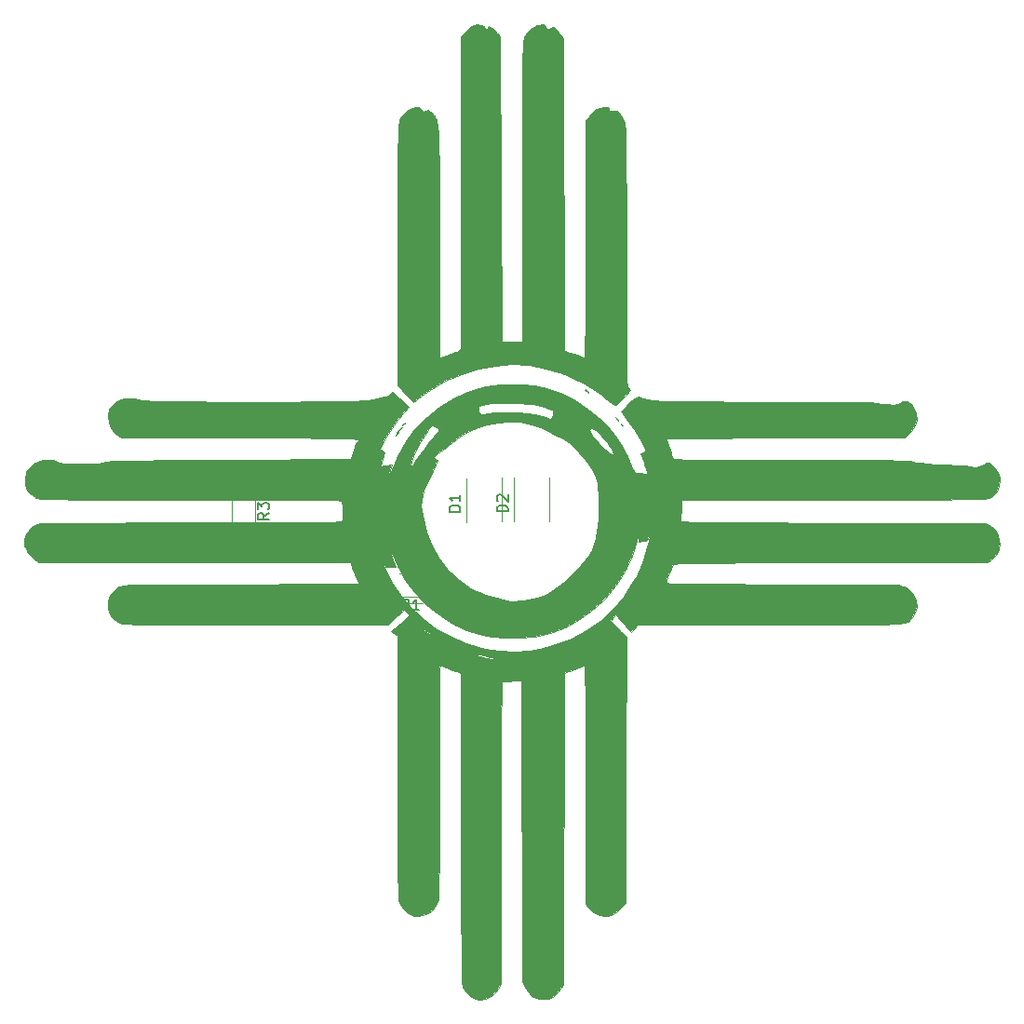
<source format=gbr>
G04 #@! TF.FileFunction,Legend,Top*
%FSLAX46Y46*%
G04 Gerber Fmt 4.6, Leading zero omitted, Abs format (unit mm)*
G04 Created by KiCad (PCBNEW 4.0.7) date Sunday, July 22, 2018 'PMt' 03:07:14 PM*
%MOMM*%
%LPD*%
G01*
G04 APERTURE LIST*
%ADD10C,0.100000*%
%ADD11C,0.150000*%
%ADD12C,0.120000*%
%ADD13C,0.010000*%
G04 APERTURE END LIST*
D10*
D11*
X205454200Y-72171560D02*
G75*
G03X205454200Y-72171560I-400000J0D01*
G01*
D12*
X208295040Y-86971800D02*
X208295040Y-82971800D01*
X205095040Y-87021800D02*
X205095040Y-83021800D01*
X212623200Y-86946400D02*
X212623200Y-82946400D01*
X209423200Y-86996400D02*
X209423200Y-82996400D01*
X199025000Y-91665400D02*
X201025000Y-91665400D01*
X201025000Y-93805400D02*
X199025000Y-93805400D01*
X199101200Y-94373040D02*
X201101200Y-94373040D01*
X201101200Y-96513040D02*
X199101200Y-96513040D01*
X183755640Y-87055200D02*
X183755640Y-85055200D01*
X185895640Y-85055200D02*
X185895640Y-87055200D01*
D11*
X193886000Y-83912000D02*
X193886000Y-83962000D01*
X198036000Y-83912000D02*
X198036000Y-84057000D01*
X198036000Y-89062000D02*
X198036000Y-88917000D01*
X193886000Y-89062000D02*
X193886000Y-88917000D01*
X193886000Y-83912000D02*
X198036000Y-83912000D01*
X193886000Y-89062000D02*
X198036000Y-89062000D01*
X193886000Y-83962000D02*
X192486000Y-83962000D01*
D13*
G36*
X210008695Y-74537402D02*
X210532554Y-74548775D01*
X210943998Y-74571386D01*
X211286809Y-74609387D01*
X211604770Y-74666935D01*
X211941661Y-74748183D01*
X212131011Y-74799026D01*
X213610912Y-75299646D01*
X214979466Y-75958506D01*
X216226726Y-76769928D01*
X217342748Y-77728231D01*
X217453036Y-77838280D01*
X218361449Y-78847122D01*
X219114234Y-79889343D01*
X219744780Y-81017499D01*
X220286477Y-82284151D01*
X220299506Y-82318948D01*
X220434145Y-82662876D01*
X220532906Y-82882084D01*
X220584319Y-82953350D01*
X220584777Y-82922240D01*
X221528640Y-82922240D01*
X221578640Y-82972240D01*
X221628640Y-82922240D01*
X221578640Y-82872240D01*
X221528640Y-82922240D01*
X220584777Y-82922240D01*
X220585146Y-82897240D01*
X220533639Y-82572240D01*
X220972806Y-82572240D01*
X221269541Y-82599407D01*
X221443530Y-82670884D01*
X221462411Y-82697240D01*
X221507212Y-82743612D01*
X221520745Y-82663217D01*
X221493907Y-82500947D01*
X221415467Y-82203094D01*
X221299968Y-81822821D01*
X221244127Y-81651981D01*
X220959614Y-80799769D01*
X221189537Y-80660260D01*
X221419460Y-80520750D01*
X221091130Y-79868391D01*
X220329216Y-78547428D01*
X219595855Y-77548652D01*
X219370216Y-77266741D01*
X219204419Y-77050254D01*
X219129979Y-76940523D01*
X219128640Y-76935909D01*
X219198256Y-76857029D01*
X219385758Y-76676118D01*
X219659125Y-76423536D01*
X219864748Y-76237939D01*
X220208513Y-75935852D01*
X220445141Y-75749556D01*
X220613102Y-75657735D01*
X220750866Y-75639074D01*
X220889748Y-75669990D01*
X221099143Y-75736408D01*
X221288119Y-75795093D01*
X221469782Y-75846528D01*
X221657239Y-75891197D01*
X221863596Y-75929582D01*
X222101960Y-75962168D01*
X222385435Y-75989438D01*
X222727130Y-76011874D01*
X223140150Y-76029962D01*
X223637601Y-76044183D01*
X224232589Y-76055021D01*
X224938221Y-76062960D01*
X225767604Y-76068484D01*
X226733842Y-76072074D01*
X227850043Y-76074216D01*
X229129313Y-76075392D01*
X230584758Y-76076085D01*
X231915123Y-76076631D01*
X233563019Y-76078450D01*
X235099829Y-76082298D01*
X236516095Y-76088081D01*
X237802357Y-76095702D01*
X238949155Y-76105066D01*
X239947031Y-76116077D01*
X240786524Y-76128641D01*
X241458175Y-76142662D01*
X241952526Y-76158044D01*
X242260115Y-76174692D01*
X242328640Y-76181671D01*
X242960499Y-76265135D01*
X243428893Y-76320885D01*
X243768430Y-76348899D01*
X244013719Y-76349155D01*
X244199368Y-76321629D01*
X244359985Y-76266297D01*
X244530179Y-76183137D01*
X244535823Y-76180197D01*
X244796834Y-76052996D01*
X244970291Y-76016921D01*
X245144419Y-76067686D01*
X245295998Y-76143274D01*
X245560868Y-76327883D01*
X245755525Y-76544388D01*
X245771577Y-76572386D01*
X246009780Y-77168320D01*
X246062162Y-77705842D01*
X245925003Y-78209239D01*
X245594584Y-78702799D01*
X245415932Y-78894471D01*
X244938163Y-79372240D01*
X234083401Y-79372240D01*
X232628224Y-79372708D01*
X231230341Y-79374073D01*
X229902603Y-79376273D01*
X228657860Y-79379246D01*
X227508962Y-79382931D01*
X226468759Y-79387266D01*
X225550101Y-79392189D01*
X224765838Y-79397639D01*
X224128822Y-79403556D01*
X223651901Y-79409876D01*
X223347926Y-79416538D01*
X223229747Y-79423481D01*
X223228640Y-79424227D01*
X223263560Y-79536585D01*
X223354962Y-79780244D01*
X223478640Y-80091467D01*
X223607907Y-80435067D01*
X223698224Y-80723790D01*
X223728640Y-80882337D01*
X223795855Y-81093355D01*
X223885782Y-81215097D01*
X223925929Y-81240317D01*
X224000449Y-81262724D01*
X224120504Y-81282484D01*
X224297257Y-81299761D01*
X224541869Y-81314720D01*
X224865502Y-81327524D01*
X225279320Y-81338340D01*
X225794483Y-81347332D01*
X226422155Y-81354663D01*
X227173497Y-81360500D01*
X228059672Y-81365006D01*
X229091841Y-81368347D01*
X230281168Y-81370687D01*
X231638813Y-81372190D01*
X233175940Y-81373022D01*
X234610782Y-81373322D01*
X236314654Y-81373748D01*
X237830055Y-81374766D01*
X239168515Y-81376544D01*
X240341564Y-81379246D01*
X241360731Y-81383039D01*
X242237546Y-81388089D01*
X242983537Y-81394562D01*
X243610235Y-81402623D01*
X244129169Y-81412438D01*
X244551868Y-81424175D01*
X244889861Y-81437997D01*
X245154679Y-81454072D01*
X245357849Y-81472565D01*
X245510903Y-81493643D01*
X245625369Y-81517470D01*
X245678640Y-81532622D01*
X245980086Y-81600311D01*
X246432663Y-81658325D01*
X247050263Y-81707904D01*
X247846781Y-81750293D01*
X248328640Y-81769625D01*
X248989708Y-81798657D01*
X249605366Y-81834647D01*
X250139517Y-81874783D01*
X250556067Y-81916253D01*
X250818921Y-81956245D01*
X250860185Y-81966834D01*
X251387571Y-82031699D01*
X251922623Y-81899098D01*
X252202627Y-81753922D01*
X252421624Y-81631119D01*
X252565777Y-81613799D01*
X252730955Y-81703249D01*
X252814431Y-81762122D01*
X253228352Y-82165548D01*
X253490550Y-82653431D01*
X253596454Y-83185192D01*
X253541490Y-83720253D01*
X253321086Y-84218033D01*
X253119533Y-84469679D01*
X252828972Y-84729176D01*
X252548132Y-84867385D01*
X252257603Y-84925268D01*
X252100949Y-84932758D01*
X251756344Y-84940245D01*
X251235838Y-84947663D01*
X250551481Y-84954944D01*
X249715323Y-84962020D01*
X248739413Y-84968823D01*
X247635800Y-84975285D01*
X246416534Y-84981339D01*
X245093665Y-84986916D01*
X243679243Y-84991950D01*
X242185316Y-84996371D01*
X240623935Y-85000112D01*
X239007150Y-85003105D01*
X238228640Y-85004238D01*
X224678640Y-85022240D01*
X224657887Y-85672240D01*
X224639181Y-86058351D01*
X224611706Y-86400296D01*
X224587131Y-86588518D01*
X224593320Y-86831557D01*
X224664849Y-86960794D01*
X224767129Y-86977734D01*
X225033754Y-86993482D01*
X225467816Y-87008069D01*
X226072410Y-87021525D01*
X226850631Y-87033879D01*
X227805573Y-87045161D01*
X228940329Y-87055400D01*
X230257996Y-87064627D01*
X231761665Y-87072870D01*
X233454433Y-87080161D01*
X235339394Y-87086528D01*
X237419641Y-87092001D01*
X238585604Y-87094516D01*
X252378640Y-87122240D01*
X252750411Y-87355212D01*
X253186181Y-87720090D01*
X253454146Y-88173878D01*
X253566233Y-88739752D01*
X253571113Y-88949694D01*
X253536097Y-89397464D01*
X253420794Y-89745031D01*
X253192235Y-90055638D01*
X252819953Y-90390498D01*
X252474208Y-90670333D01*
X238237316Y-90696286D01*
X236248864Y-90700093D01*
X234450996Y-90703982D01*
X232834297Y-90708068D01*
X231389349Y-90712469D01*
X230106737Y-90717298D01*
X228977046Y-90722673D01*
X227990859Y-90728708D01*
X227138759Y-90735520D01*
X226411332Y-90743223D01*
X225799161Y-90751935D01*
X225292830Y-90761770D01*
X224882923Y-90772845D01*
X224560025Y-90785275D01*
X224314718Y-90799175D01*
X224137588Y-90814662D01*
X224019218Y-90831852D01*
X223950192Y-90850859D01*
X223921094Y-90871800D01*
X223920855Y-90872240D01*
X223743149Y-91232640D01*
X223571133Y-91624377D01*
X223422784Y-92000464D01*
X223316083Y-92313911D01*
X223269008Y-92517728D01*
X223273540Y-92563989D01*
X223357087Y-92583031D01*
X223586390Y-92600072D01*
X223966639Y-92615165D01*
X224503026Y-92628362D01*
X225200740Y-92639716D01*
X226064971Y-92649280D01*
X227100910Y-92657106D01*
X228313747Y-92663248D01*
X229708671Y-92667758D01*
X231290873Y-92670688D01*
X233065544Y-92672092D01*
X233928640Y-92672240D01*
X235396091Y-92673046D01*
X236799846Y-92675397D01*
X238127338Y-92679189D01*
X239366001Y-92684319D01*
X240503267Y-92690686D01*
X241526571Y-92698185D01*
X242423346Y-92706715D01*
X243181026Y-92716172D01*
X243787044Y-92726453D01*
X244228833Y-92737456D01*
X244493828Y-92749077D01*
X244570657Y-92759323D01*
X244699391Y-92840743D01*
X244906061Y-92902724D01*
X245238966Y-93056244D01*
X245562577Y-93352245D01*
X245829323Y-93736907D01*
X245983257Y-94121430D01*
X246046288Y-94715843D01*
X245927612Y-95255600D01*
X245632930Y-95716107D01*
X245607362Y-95743184D01*
X245520630Y-95835901D01*
X245441987Y-95919050D01*
X245360648Y-95993151D01*
X245265828Y-96058725D01*
X245146741Y-96116290D01*
X244992602Y-96166367D01*
X244792627Y-96209475D01*
X244536030Y-96246135D01*
X244212025Y-96276866D01*
X243809828Y-96302188D01*
X243318654Y-96322620D01*
X242727716Y-96338683D01*
X242026231Y-96350896D01*
X241203413Y-96359779D01*
X240248476Y-96365852D01*
X239150636Y-96369634D01*
X237899107Y-96371646D01*
X236483104Y-96372408D01*
X234891843Y-96372438D01*
X233114537Y-96372257D01*
X232555189Y-96372240D01*
X220717365Y-96372240D01*
X220118003Y-97022240D01*
X219398321Y-96238257D01*
X218678640Y-95454275D01*
X218434804Y-95714752D01*
X218190969Y-95975229D01*
X218584804Y-96392819D01*
X218877836Y-96700539D01*
X219178204Y-97011435D01*
X219305967Y-97141818D01*
X219633294Y-97473227D01*
X219605967Y-109551808D01*
X219578640Y-121630390D01*
X219251470Y-122043444D01*
X218836204Y-122442869D01*
X218338335Y-122727768D01*
X217820916Y-122864869D01*
X217680853Y-122872240D01*
X217238972Y-122787970D01*
X216780926Y-122560704D01*
X216374967Y-122228757D01*
X216228640Y-122057013D01*
X215978640Y-121722240D01*
X215952324Y-110897240D01*
X215947570Y-109123612D01*
X215942326Y-107540775D01*
X215936464Y-106139521D01*
X215929856Y-104910640D01*
X215922375Y-103844924D01*
X215913893Y-102933163D01*
X215904282Y-102166150D01*
X215893415Y-101534676D01*
X215881165Y-101029531D01*
X215867403Y-100641508D01*
X215852003Y-100361396D01*
X215834836Y-100179989D01*
X215815775Y-100088076D01*
X215802324Y-100071962D01*
X215640946Y-100112158D01*
X215383359Y-100213378D01*
X215278640Y-100261053D01*
X214914092Y-100415353D01*
X214513878Y-100559521D01*
X214428640Y-100586330D01*
X213978640Y-100722240D01*
X213878640Y-129122240D01*
X213652087Y-129486555D01*
X213420948Y-129785217D01*
X213128243Y-130074455D01*
X213052087Y-130136228D01*
X212795124Y-130305778D01*
X212540833Y-130392046D01*
X212201354Y-130420709D01*
X212074595Y-130421913D01*
X211705304Y-130407763D01*
X211445043Y-130345532D01*
X211203758Y-130206281D01*
X211057465Y-130095070D01*
X210755910Y-129795623D01*
X210486812Y-129430116D01*
X210411510Y-129295070D01*
X210178640Y-128822240D01*
X210127014Y-101422240D01*
X208357840Y-101485682D01*
X208290765Y-102756216D01*
X208282337Y-103017285D01*
X208274337Y-103464691D01*
X208266825Y-104084769D01*
X208259861Y-104863857D01*
X208253502Y-105788292D01*
X208247808Y-106844411D01*
X208242839Y-108018549D01*
X208238652Y-109297044D01*
X208235308Y-110666233D01*
X208232864Y-112112452D01*
X208231381Y-113622038D01*
X208230917Y-115181328D01*
X208231352Y-116509865D01*
X208239014Y-128992979D01*
X207996345Y-129457609D01*
X207680330Y-129879279D01*
X207251662Y-130199552D01*
X206760246Y-130397426D01*
X206255984Y-130451898D01*
X205841366Y-130364583D01*
X205435988Y-130136346D01*
X205073422Y-129816326D01*
X204814379Y-129463345D01*
X204745731Y-129303026D01*
X204727959Y-129193576D01*
X204711648Y-128979303D01*
X204696727Y-128653092D01*
X204683127Y-128207831D01*
X204670776Y-127636405D01*
X204659605Y-126931701D01*
X204649544Y-126086605D01*
X204640522Y-125094004D01*
X204632469Y-123946784D01*
X204625315Y-122637831D01*
X204618990Y-121160032D01*
X204613423Y-119506273D01*
X204608545Y-117669440D01*
X204604284Y-115642421D01*
X204602815Y-114822240D01*
X204578640Y-100722240D01*
X204128640Y-100584910D01*
X203811488Y-100478091D01*
X203456234Y-100335535D01*
X203008470Y-100134575D01*
X202703640Y-99991218D01*
X202693458Y-100084136D01*
X202683683Y-100364091D01*
X202674408Y-100818121D01*
X202665725Y-101433264D01*
X202657726Y-102196555D01*
X202650504Y-103095034D01*
X202644150Y-104115738D01*
X202638757Y-105245703D01*
X202634418Y-106471968D01*
X202631224Y-107781569D01*
X202629267Y-109161545D01*
X202628640Y-110527304D01*
X202628068Y-112327438D01*
X202626287Y-113936354D01*
X202623201Y-115362829D01*
X202618712Y-116615641D01*
X202612724Y-117703571D01*
X202605139Y-118635394D01*
X202595861Y-119419890D01*
X202584792Y-120065838D01*
X202571836Y-120582014D01*
X202556895Y-120977198D01*
X202539873Y-121260168D01*
X202520672Y-121439703D01*
X202507375Y-121503781D01*
X202251756Y-122030323D01*
X201853981Y-122444687D01*
X201350843Y-122724011D01*
X200779133Y-122845438D01*
X200377254Y-122827259D01*
X199898307Y-122660066D01*
X199474085Y-122332439D01*
X199142869Y-121883264D01*
X198948386Y-121375750D01*
X198928822Y-121237026D01*
X198911269Y-120993989D01*
X198895649Y-120638677D01*
X198881884Y-120163130D01*
X198869896Y-119559384D01*
X198859608Y-118819479D01*
X198850942Y-117935451D01*
X198843819Y-116899340D01*
X198838162Y-115703183D01*
X198833894Y-114339018D01*
X198830936Y-112798884D01*
X198829210Y-111074818D01*
X198828640Y-109158858D01*
X198828640Y-99014758D01*
X205752788Y-99014758D01*
X205815113Y-99062186D01*
X206014020Y-99142245D01*
X206292799Y-99236201D01*
X206594739Y-99325324D01*
X206863130Y-99390881D01*
X206928640Y-99403154D01*
X207267177Y-99450774D01*
X207462423Y-99450518D01*
X207565310Y-99402226D01*
X207566396Y-99401150D01*
X207506986Y-99353498D01*
X207289222Y-99283439D01*
X206951895Y-99202224D01*
X206713689Y-99153857D01*
X206309937Y-99081231D01*
X205987274Y-99031460D01*
X205790772Y-99011071D01*
X205752788Y-99014758D01*
X198828640Y-99014758D01*
X198828640Y-98922240D01*
X205528640Y-98922240D01*
X205578640Y-98972240D01*
X205628640Y-98922240D01*
X205578640Y-98872240D01*
X205528640Y-98922240D01*
X198828640Y-98922240D01*
X198828640Y-97522240D01*
X202328640Y-97522240D01*
X202378640Y-97572240D01*
X202428640Y-97522240D01*
X202378640Y-97472240D01*
X202328640Y-97522240D01*
X198828640Y-97522240D01*
X198828640Y-97422240D01*
X202128640Y-97422240D01*
X202178640Y-97472240D01*
X202228640Y-97422240D01*
X202178640Y-97372240D01*
X202128640Y-97422240D01*
X198828640Y-97422240D01*
X198828640Y-97388921D01*
X198278640Y-96973895D01*
X198562257Y-96714662D01*
X201089569Y-96714662D01*
X201207699Y-96858489D01*
X201436550Y-97039625D01*
X201564693Y-97122217D01*
X201860926Y-97292445D01*
X202018762Y-97366546D01*
X202026188Y-97339589D01*
X201973640Y-97290033D01*
X201671080Y-97041812D01*
X201400402Y-96843445D01*
X201195977Y-96717304D01*
X201092178Y-96685758D01*
X201089569Y-96714662D01*
X198562257Y-96714662D01*
X198778640Y-96516883D01*
X199096527Y-96232849D01*
X199410497Y-95962791D01*
X199607879Y-95800952D01*
X199937119Y-95542034D01*
X199663350Y-95256280D01*
X199389580Y-94970527D01*
X198684110Y-95675882D01*
X197978640Y-96381238D01*
X186028585Y-96375566D01*
X184084686Y-96373800D01*
X182292023Y-96370443D01*
X180655332Y-96365536D01*
X179179348Y-96359121D01*
X177868808Y-96351236D01*
X176728446Y-96341923D01*
X175762998Y-96331222D01*
X174977201Y-96319173D01*
X174375789Y-96305817D01*
X173963499Y-96291195D01*
X173745065Y-96275346D01*
X173718257Y-96270417D01*
X173232494Y-96042760D01*
X172861481Y-95683631D01*
X172614399Y-95231428D01*
X172500430Y-94724549D01*
X172528757Y-94201390D01*
X172708561Y-93700350D01*
X173007875Y-93299671D01*
X173102436Y-93201514D01*
X173186309Y-93114133D01*
X173271042Y-93036903D01*
X173368180Y-92969200D01*
X173489268Y-92910399D01*
X173645852Y-92859875D01*
X173849478Y-92817005D01*
X174111691Y-92781164D01*
X174444037Y-92751727D01*
X174858063Y-92728070D01*
X175365313Y-92709569D01*
X175977333Y-92695598D01*
X176705669Y-92685535D01*
X177561866Y-92678753D01*
X178557471Y-92674629D01*
X179704029Y-92672539D01*
X181013086Y-92671857D01*
X182496187Y-92671959D01*
X184164878Y-92672222D01*
X184608761Y-92672239D01*
X186046959Y-92671685D01*
X187428680Y-92670072D01*
X188740812Y-92667473D01*
X189970247Y-92663962D01*
X191103874Y-92659613D01*
X192128582Y-92654500D01*
X193031261Y-92648696D01*
X193798801Y-92642276D01*
X194418091Y-92635313D01*
X194876023Y-92627880D01*
X195159484Y-92620052D01*
X195255207Y-92612339D01*
X195248313Y-92496809D01*
X195162776Y-92271686D01*
X195096874Y-92137400D01*
X194930512Y-91776984D01*
X194771853Y-91364646D01*
X194725093Y-91222301D01*
X194571546Y-90722240D01*
X180525093Y-90697276D01*
X178861549Y-90694322D01*
X177250873Y-90691468D01*
X175704607Y-90688732D01*
X174234297Y-90686136D01*
X172851485Y-90683699D01*
X171567715Y-90681442D01*
X170394533Y-90679385D01*
X169343481Y-90677549D01*
X168426103Y-90675953D01*
X167653944Y-90674617D01*
X167038547Y-90673563D01*
X166591456Y-90672809D01*
X166324215Y-90672377D01*
X166248878Y-90672276D01*
X166035042Y-90595312D01*
X165742657Y-90381626D01*
X165541347Y-90194471D01*
X165393092Y-90010915D01*
X197256631Y-90010915D01*
X197267038Y-90125551D01*
X197350374Y-90380951D01*
X197490205Y-90738949D01*
X197670100Y-91161381D01*
X197873627Y-91610085D01*
X198084355Y-92046895D01*
X198285852Y-92433647D01*
X198346132Y-92541364D01*
X199141698Y-93738637D01*
X200101506Y-94852803D01*
X201199781Y-95863150D01*
X202410748Y-96748965D01*
X203708633Y-97489538D01*
X205067658Y-98064156D01*
X205328640Y-98152209D01*
X206754498Y-98542499D01*
X208122541Y-98763575D01*
X209477022Y-98818218D01*
X210862198Y-98709206D01*
X211774307Y-98557006D01*
X213261129Y-98164937D01*
X214683258Y-97596323D01*
X216023197Y-96864383D01*
X217263449Y-95982336D01*
X218386515Y-94963399D01*
X219374900Y-93820794D01*
X220211106Y-92567738D01*
X220558382Y-91920675D01*
X221092657Y-90733931D01*
X221477884Y-89621088D01*
X221672053Y-88838755D01*
X221753585Y-88417574D01*
X221801155Y-88117354D01*
X221814248Y-87954796D01*
X221792347Y-87946600D01*
X221734936Y-88109465D01*
X221689565Y-88272240D01*
X221605285Y-88547469D01*
X221503435Y-88683881D01*
X221321216Y-88737476D01*
X221150515Y-88752934D01*
X220730905Y-88783628D01*
X220783502Y-88302934D01*
X220796161Y-88125989D01*
X220775124Y-88116688D01*
X220716538Y-88283499D01*
X220616551Y-88634892D01*
X220592822Y-88722240D01*
X220147202Y-90101320D01*
X219584573Y-91344747D01*
X218881889Y-92493419D01*
X218016105Y-93588233D01*
X217591222Y-94049205D01*
X216472202Y-95089470D01*
X215288699Y-95943242D01*
X214033775Y-96613258D01*
X212700491Y-97102258D01*
X211281907Y-97412979D01*
X209771085Y-97548160D01*
X208736425Y-97543195D01*
X207422348Y-97434686D01*
X206227030Y-97208116D01*
X205098215Y-96849123D01*
X203983644Y-96343342D01*
X203583655Y-96126969D01*
X202433252Y-95372873D01*
X201353963Y-94454752D01*
X200372254Y-93403529D01*
X199514589Y-92250131D01*
X198807433Y-91025484D01*
X198378980Y-90045010D01*
X198270733Y-89783430D01*
X198187067Y-89629015D01*
X198158155Y-89609390D01*
X198172186Y-89715249D01*
X198246564Y-89959013D01*
X198366404Y-90293275D01*
X198402187Y-90386620D01*
X198687829Y-91122240D01*
X197734326Y-91122240D01*
X197518072Y-90543983D01*
X197399282Y-90250593D01*
X197303900Y-90058778D01*
X197256631Y-90010915D01*
X165393092Y-90010915D01*
X165159933Y-89722240D01*
X197128640Y-89722240D01*
X197178640Y-89772240D01*
X197228640Y-89722240D01*
X197178640Y-89672240D01*
X197128640Y-89722240D01*
X165159933Y-89722240D01*
X165129734Y-89684851D01*
X165020349Y-89422240D01*
X197028640Y-89422240D01*
X197078640Y-89472240D01*
X197128640Y-89422240D01*
X197078640Y-89372240D01*
X197028640Y-89422240D01*
X165020349Y-89422240D01*
X164975225Y-89313906D01*
X198036534Y-89313906D01*
X198054920Y-89443608D01*
X198089056Y-89445156D01*
X198112928Y-89311317D01*
X198096951Y-89253490D01*
X198052548Y-89215611D01*
X198036534Y-89313906D01*
X164975225Y-89313906D01*
X164917530Y-89175395D01*
X164912277Y-88972240D01*
X197928640Y-88972240D01*
X197965228Y-89054551D01*
X197995306Y-89038906D01*
X198007274Y-88920230D01*
X197995306Y-88905573D01*
X197935856Y-88919300D01*
X197928640Y-88972240D01*
X164912277Y-88972240D01*
X164904221Y-88660739D01*
X165089290Y-88135520D01*
X165310784Y-87792451D01*
X165598310Y-87478668D01*
X165929135Y-87280503D01*
X166326287Y-87159863D01*
X166467644Y-87149942D01*
X166797026Y-87140191D01*
X167302459Y-87130691D01*
X167971969Y-87121522D01*
X168793581Y-87112766D01*
X169755321Y-87104504D01*
X170845214Y-87096818D01*
X172051286Y-87089788D01*
X173361562Y-87083496D01*
X174764067Y-87078022D01*
X176246828Y-87073449D01*
X177797870Y-87069857D01*
X179405218Y-87067328D01*
X180078640Y-87066616D01*
X181702289Y-87064610D01*
X183272420Y-87061628D01*
X184777247Y-87057742D01*
X186204983Y-87053027D01*
X187543843Y-87047557D01*
X188782041Y-87041404D01*
X189907792Y-87034644D01*
X190909309Y-87027349D01*
X191774807Y-87019593D01*
X192492500Y-87011450D01*
X193050603Y-87002994D01*
X193437329Y-86994298D01*
X193640892Y-86985437D01*
X193669145Y-86981606D01*
X193761168Y-86924640D01*
X193817153Y-86812289D01*
X193845010Y-86603082D01*
X193852649Y-86255550D01*
X193851443Y-86025904D01*
X193834357Y-85542383D01*
X200977085Y-85542383D01*
X201015389Y-86045683D01*
X201077511Y-86400909D01*
X201461637Y-87863871D01*
X201978593Y-89181699D01*
X202627018Y-90352429D01*
X203405547Y-91374095D01*
X204312819Y-92244731D01*
X205347469Y-92962372D01*
X205797381Y-93206498D01*
X206295433Y-93429185D01*
X206876719Y-93644315D01*
X207499658Y-93841123D01*
X208122666Y-94008844D01*
X208704160Y-94136712D01*
X209202559Y-94213960D01*
X209576280Y-94229825D01*
X209690855Y-94214503D01*
X209850534Y-94186617D01*
X210128901Y-94145452D01*
X210290855Y-94123255D01*
X211185790Y-93972505D01*
X211912352Y-93778337D01*
X212499107Y-93532206D01*
X212746782Y-93388402D01*
X213898048Y-92538324D01*
X215012206Y-91497183D01*
X215530575Y-90932691D01*
X215948443Y-90434675D01*
X216263578Y-89995459D01*
X216501858Y-89561248D01*
X216689161Y-89078248D01*
X216851365Y-88492663D01*
X216978757Y-87922240D01*
X217047861Y-87472240D01*
X220844429Y-87472240D01*
X220860144Y-87614203D01*
X220894868Y-87597240D01*
X220908075Y-87392505D01*
X220894868Y-87347240D01*
X220858368Y-87334677D01*
X220844429Y-87472240D01*
X217047861Y-87472240D01*
X217061692Y-87382174D01*
X217118153Y-86714006D01*
X217147809Y-85973420D01*
X217150331Y-85216102D01*
X217125389Y-84497738D01*
X217076026Y-83913906D01*
X220736534Y-83913906D01*
X220754920Y-84043608D01*
X220789056Y-84045156D01*
X220812928Y-83911317D01*
X220796951Y-83853490D01*
X220752548Y-83815611D01*
X220736534Y-83913906D01*
X217076026Y-83913906D01*
X217072653Y-83874014D01*
X217007595Y-83472240D01*
X220644429Y-83472240D01*
X220660144Y-83614203D01*
X220694868Y-83597240D01*
X220708075Y-83392505D01*
X220694868Y-83347240D01*
X220658368Y-83334677D01*
X220644429Y-83472240D01*
X217007595Y-83472240D01*
X217005216Y-83457549D01*
X216770358Y-82711333D01*
X216395149Y-81986172D01*
X215862646Y-81254759D01*
X215176642Y-80510340D01*
X214811787Y-80154028D01*
X214507401Y-79879409D01*
X214217448Y-79654794D01*
X213895892Y-79448496D01*
X213496696Y-79228828D01*
X212973826Y-78964103D01*
X212818654Y-78887299D01*
X212351992Y-78668525D01*
X216278566Y-78668525D01*
X216357047Y-78859777D01*
X216558522Y-79141033D01*
X216891995Y-79528524D01*
X217236992Y-79901654D01*
X217650116Y-80333131D01*
X217952002Y-80629313D01*
X218161950Y-80806429D01*
X218299262Y-80880711D01*
X218383237Y-80868387D01*
X218384967Y-80866988D01*
X218438124Y-80776039D01*
X218408258Y-80626765D01*
X218282230Y-80379732D01*
X218148824Y-80158221D01*
X217892274Y-79789923D01*
X217583122Y-79414492D01*
X217254308Y-79064341D01*
X216938773Y-78771881D01*
X216669456Y-78569527D01*
X216479299Y-78489690D01*
X216454569Y-78491098D01*
X216314075Y-78551043D01*
X216278566Y-78668525D01*
X212351992Y-78668525D01*
X212006213Y-78506422D01*
X211304024Y-78228724D01*
X210660010Y-78040555D01*
X210022091Y-77928266D01*
X209338191Y-77878207D01*
X208945678Y-77872240D01*
X207952272Y-77943912D01*
X206940396Y-78147887D01*
X205955042Y-78467599D01*
X205041204Y-78886482D01*
X204243878Y-79387972D01*
X203787438Y-79771330D01*
X203498882Y-80041838D01*
X203264689Y-80249157D01*
X203121620Y-80361246D01*
X203098070Y-80372240D01*
X202974719Y-80427318D01*
X202761545Y-80564574D01*
X202515391Y-80742040D01*
X202293103Y-80917748D01*
X202151523Y-81049731D01*
X202128640Y-81087971D01*
X202206093Y-81190429D01*
X202327966Y-81271879D01*
X202409978Y-81326969D01*
X202443391Y-81404457D01*
X202418888Y-81538374D01*
X202327156Y-81762749D01*
X202158879Y-82111613D01*
X202024503Y-82380483D01*
X201623496Y-83210705D01*
X201326151Y-83908470D01*
X201124566Y-84507313D01*
X201010844Y-85040772D01*
X200977085Y-85542383D01*
X193834357Y-85542383D01*
X193833841Y-85527796D01*
X193790652Y-85213269D01*
X193719709Y-85067281D01*
X193712693Y-85062384D01*
X193598755Y-85052709D01*
X193296413Y-85043348D01*
X192817261Y-85034369D01*
X192172896Y-85025840D01*
X191374912Y-85017832D01*
X190434904Y-85010411D01*
X189364469Y-85003649D01*
X188175200Y-84997612D01*
X186878694Y-84992371D01*
X185486546Y-84987993D01*
X184010351Y-84984548D01*
X182461704Y-84982105D01*
X180852201Y-84980731D01*
X179908236Y-84980454D01*
X177979697Y-84980216D01*
X176241009Y-84979779D01*
X174682026Y-84979002D01*
X173292599Y-84977744D01*
X172062580Y-84975866D01*
X170981822Y-84973226D01*
X170040176Y-84969684D01*
X169227494Y-84965099D01*
X168533628Y-84959330D01*
X167948431Y-84952237D01*
X167461755Y-84943679D01*
X167063451Y-84933516D01*
X166743372Y-84921607D01*
X166491369Y-84907811D01*
X166297296Y-84891988D01*
X166151003Y-84873996D01*
X166042343Y-84853696D01*
X165961167Y-84830947D01*
X165897329Y-84805608D01*
X165856481Y-84785721D01*
X165398782Y-84452250D01*
X165091031Y-84020784D01*
X165075639Y-83972240D01*
X197728640Y-83972240D01*
X197765228Y-84054551D01*
X197795306Y-84038906D01*
X197807274Y-83920230D01*
X197795306Y-83905573D01*
X197735856Y-83919300D01*
X197728640Y-83972240D01*
X165075639Y-83972240D01*
X164934481Y-83527081D01*
X164934378Y-83513906D01*
X197836534Y-83513906D01*
X197854920Y-83643608D01*
X197889056Y-83645156D01*
X197912928Y-83511317D01*
X197896951Y-83453490D01*
X197852548Y-83415611D01*
X197836534Y-83513906D01*
X164934378Y-83513906D01*
X164930387Y-83006902D01*
X165028392Y-82672240D01*
X197028640Y-82672240D01*
X197065228Y-82754551D01*
X197095306Y-82738906D01*
X197107274Y-82620230D01*
X197095306Y-82605573D01*
X197035856Y-82619300D01*
X197028640Y-82672240D01*
X165028392Y-82672240D01*
X165080002Y-82496006D01*
X165384583Y-82030153D01*
X165748537Y-81708451D01*
X166130104Y-81523599D01*
X166601406Y-81408415D01*
X167095522Y-81368331D01*
X167545529Y-81408780D01*
X167884293Y-81535056D01*
X168007832Y-81602830D01*
X168161556Y-81652181D01*
X168377090Y-81685941D01*
X168686061Y-81706942D01*
X169120096Y-81718016D01*
X169710822Y-81721997D01*
X169974369Y-81722240D01*
X170686963Y-81717905D01*
X171228152Y-81703582D01*
X171626370Y-81677291D01*
X171910052Y-81637052D01*
X172107633Y-81580884D01*
X172128640Y-81572240D01*
X172205086Y-81548371D01*
X172324471Y-81526869D01*
X172497669Y-81507542D01*
X172735558Y-81490201D01*
X173049014Y-81474655D01*
X173448912Y-81460711D01*
X173946130Y-81448181D01*
X174551544Y-81436872D01*
X175276030Y-81426594D01*
X176130464Y-81417157D01*
X177125723Y-81408369D01*
X178272683Y-81400039D01*
X179582220Y-81391977D01*
X181065211Y-81383993D01*
X182732533Y-81375894D01*
X183528640Y-81372240D01*
X194578640Y-81322240D01*
X194828640Y-80553918D01*
X194954348Y-80185953D01*
X195065302Y-79893726D01*
X195141808Y-79728238D01*
X195153640Y-79712252D01*
X195205681Y-79659270D01*
X195240190Y-79612099D01*
X195246534Y-79570402D01*
X195214078Y-79533842D01*
X195132189Y-79502079D01*
X194990235Y-79474778D01*
X194777580Y-79451599D01*
X194483592Y-79432207D01*
X194097638Y-79416263D01*
X193609083Y-79403429D01*
X193007294Y-79393369D01*
X192281637Y-79385744D01*
X191421480Y-79380218D01*
X190416189Y-79376451D01*
X189255129Y-79374108D01*
X187927668Y-79372850D01*
X186423172Y-79372340D01*
X184731007Y-79372240D01*
X173656797Y-79372240D01*
X173194547Y-78965350D01*
X172784307Y-78489520D01*
X172548990Y-77955721D01*
X172493583Y-77394604D01*
X172623079Y-76836820D01*
X172794990Y-76511320D01*
X173028894Y-76263594D01*
X173366173Y-76025374D01*
X173720976Y-75850822D01*
X173928640Y-75796107D01*
X174417323Y-75766894D01*
X174895707Y-75787458D01*
X175295080Y-75852240D01*
X175494436Y-75922779D01*
X175643415Y-75948689D01*
X175975809Y-75972434D01*
X176475042Y-75994006D01*
X177124540Y-76013397D01*
X177907729Y-76030596D01*
X178808035Y-76045597D01*
X179808883Y-76058390D01*
X180893699Y-76068966D01*
X182045908Y-76077318D01*
X183248936Y-76083435D01*
X184486209Y-76087310D01*
X185741151Y-76088935D01*
X186997190Y-76088299D01*
X188237751Y-76085396D01*
X189446258Y-76080215D01*
X190606138Y-76072749D01*
X191700817Y-76062988D01*
X192713719Y-76050925D01*
X193628272Y-76036550D01*
X194427899Y-76019855D01*
X195096028Y-76000832D01*
X195616082Y-75979470D01*
X195971490Y-75955763D01*
X196132630Y-75933540D01*
X196565474Y-75838761D01*
X197047953Y-75754748D01*
X197267057Y-75724668D01*
X197699152Y-75641570D01*
X197992755Y-75501871D01*
X198096602Y-75413367D01*
X198271279Y-75250827D01*
X198378445Y-75173314D01*
X198383879Y-75172239D01*
X198469456Y-75238478D01*
X198662996Y-75416962D01*
X198932222Y-75677341D01*
X199133880Y-75877490D01*
X199837732Y-76582740D01*
X199369228Y-77102490D01*
X198820851Y-77763696D01*
X198283657Y-78506161D01*
X197812228Y-79251287D01*
X197570674Y-79692397D01*
X197231003Y-80362554D01*
X197450737Y-80516462D01*
X197670472Y-80670370D01*
X197390783Y-81529198D01*
X197272461Y-81913225D01*
X197190497Y-82220350D01*
X197156385Y-82405268D01*
X197160350Y-82437284D01*
X197212615Y-82388293D01*
X197271978Y-82202282D01*
X197275037Y-82188643D01*
X197333349Y-82006957D01*
X197444022Y-81912663D01*
X197667180Y-81869276D01*
X197822374Y-81856492D01*
X198304282Y-81822240D01*
X198163726Y-82272240D01*
X198040991Y-82688038D01*
X197980767Y-82939558D01*
X197980465Y-83020335D01*
X198037493Y-82923901D01*
X198149261Y-82643792D01*
X198226362Y-82428537D01*
X198461158Y-81870028D01*
X200032709Y-81870028D01*
X200049804Y-81952725D01*
X200133935Y-81908645D01*
X200158123Y-81889004D01*
X200275540Y-81755518D01*
X200473360Y-81493240D01*
X200723117Y-81141149D01*
X200973989Y-80771865D01*
X201295106Y-80308994D01*
X201641401Y-79841396D01*
X201964066Y-79433569D01*
X202149265Y-79218709D01*
X202408303Y-78930196D01*
X202548005Y-78749209D01*
X202585808Y-78637355D01*
X202539151Y-78556239D01*
X202474085Y-78503521D01*
X202192410Y-78308270D01*
X202006387Y-78242364D01*
X201859543Y-78305307D01*
X201695408Y-78496601D01*
X201695352Y-78496675D01*
X201255572Y-79128662D01*
X200851375Y-79795995D01*
X200505983Y-80453920D01*
X200242615Y-81057686D01*
X200084494Y-81562538D01*
X200071386Y-81626448D01*
X200032709Y-81870028D01*
X198461158Y-81870028D01*
X198817543Y-81022298D01*
X199570406Y-79714390D01*
X200471274Y-78519305D01*
X201506467Y-77451540D01*
X202580050Y-76591487D01*
X206183432Y-76591487D01*
X206218434Y-76832300D01*
X206238151Y-76910470D01*
X206320795Y-77154527D01*
X206419709Y-77248675D01*
X206588480Y-77239491D01*
X206611162Y-77234705D01*
X207609963Y-77076380D01*
X208676398Y-77010178D01*
X209756480Y-77033494D01*
X210796227Y-77143724D01*
X211741654Y-77338263D01*
X212278640Y-77508170D01*
X212593580Y-77610906D01*
X212778670Y-77613347D01*
X212884787Y-77500857D01*
X212947707Y-77315724D01*
X212992212Y-77069469D01*
X212985290Y-76907645D01*
X212853700Y-76795917D01*
X212553528Y-76668890D01*
X212114658Y-76535982D01*
X211566975Y-76406610D01*
X211125156Y-76321486D01*
X210619545Y-76253991D01*
X210023425Y-76208781D01*
X209371690Y-76184862D01*
X208699232Y-76181240D01*
X208040948Y-76196920D01*
X207431730Y-76230910D01*
X206906472Y-76282216D01*
X206500070Y-76349843D01*
X206247417Y-76432798D01*
X206205629Y-76461599D01*
X206183432Y-76591487D01*
X202580050Y-76591487D01*
X202662309Y-76525589D01*
X203925120Y-75755946D01*
X204980001Y-75271699D01*
X205670851Y-75012148D01*
X206289538Y-74818834D01*
X206887520Y-74683016D01*
X207516255Y-74595955D01*
X208227201Y-74548910D01*
X209071818Y-74533143D01*
X209328640Y-74533112D01*
X210008695Y-74537402D01*
X210008695Y-74537402D01*
G37*
X210008695Y-74537402D02*
X210532554Y-74548775D01*
X210943998Y-74571386D01*
X211286809Y-74609387D01*
X211604770Y-74666935D01*
X211941661Y-74748183D01*
X212131011Y-74799026D01*
X213610912Y-75299646D01*
X214979466Y-75958506D01*
X216226726Y-76769928D01*
X217342748Y-77728231D01*
X217453036Y-77838280D01*
X218361449Y-78847122D01*
X219114234Y-79889343D01*
X219744780Y-81017499D01*
X220286477Y-82284151D01*
X220299506Y-82318948D01*
X220434145Y-82662876D01*
X220532906Y-82882084D01*
X220584319Y-82953350D01*
X220584777Y-82922240D01*
X221528640Y-82922240D01*
X221578640Y-82972240D01*
X221628640Y-82922240D01*
X221578640Y-82872240D01*
X221528640Y-82922240D01*
X220584777Y-82922240D01*
X220585146Y-82897240D01*
X220533639Y-82572240D01*
X220972806Y-82572240D01*
X221269541Y-82599407D01*
X221443530Y-82670884D01*
X221462411Y-82697240D01*
X221507212Y-82743612D01*
X221520745Y-82663217D01*
X221493907Y-82500947D01*
X221415467Y-82203094D01*
X221299968Y-81822821D01*
X221244127Y-81651981D01*
X220959614Y-80799769D01*
X221189537Y-80660260D01*
X221419460Y-80520750D01*
X221091130Y-79868391D01*
X220329216Y-78547428D01*
X219595855Y-77548652D01*
X219370216Y-77266741D01*
X219204419Y-77050254D01*
X219129979Y-76940523D01*
X219128640Y-76935909D01*
X219198256Y-76857029D01*
X219385758Y-76676118D01*
X219659125Y-76423536D01*
X219864748Y-76237939D01*
X220208513Y-75935852D01*
X220445141Y-75749556D01*
X220613102Y-75657735D01*
X220750866Y-75639074D01*
X220889748Y-75669990D01*
X221099143Y-75736408D01*
X221288119Y-75795093D01*
X221469782Y-75846528D01*
X221657239Y-75891197D01*
X221863596Y-75929582D01*
X222101960Y-75962168D01*
X222385435Y-75989438D01*
X222727130Y-76011874D01*
X223140150Y-76029962D01*
X223637601Y-76044183D01*
X224232589Y-76055021D01*
X224938221Y-76062960D01*
X225767604Y-76068484D01*
X226733842Y-76072074D01*
X227850043Y-76074216D01*
X229129313Y-76075392D01*
X230584758Y-76076085D01*
X231915123Y-76076631D01*
X233563019Y-76078450D01*
X235099829Y-76082298D01*
X236516095Y-76088081D01*
X237802357Y-76095702D01*
X238949155Y-76105066D01*
X239947031Y-76116077D01*
X240786524Y-76128641D01*
X241458175Y-76142662D01*
X241952526Y-76158044D01*
X242260115Y-76174692D01*
X242328640Y-76181671D01*
X242960499Y-76265135D01*
X243428893Y-76320885D01*
X243768430Y-76348899D01*
X244013719Y-76349155D01*
X244199368Y-76321629D01*
X244359985Y-76266297D01*
X244530179Y-76183137D01*
X244535823Y-76180197D01*
X244796834Y-76052996D01*
X244970291Y-76016921D01*
X245144419Y-76067686D01*
X245295998Y-76143274D01*
X245560868Y-76327883D01*
X245755525Y-76544388D01*
X245771577Y-76572386D01*
X246009780Y-77168320D01*
X246062162Y-77705842D01*
X245925003Y-78209239D01*
X245594584Y-78702799D01*
X245415932Y-78894471D01*
X244938163Y-79372240D01*
X234083401Y-79372240D01*
X232628224Y-79372708D01*
X231230341Y-79374073D01*
X229902603Y-79376273D01*
X228657860Y-79379246D01*
X227508962Y-79382931D01*
X226468759Y-79387266D01*
X225550101Y-79392189D01*
X224765838Y-79397639D01*
X224128822Y-79403556D01*
X223651901Y-79409876D01*
X223347926Y-79416538D01*
X223229747Y-79423481D01*
X223228640Y-79424227D01*
X223263560Y-79536585D01*
X223354962Y-79780244D01*
X223478640Y-80091467D01*
X223607907Y-80435067D01*
X223698224Y-80723790D01*
X223728640Y-80882337D01*
X223795855Y-81093355D01*
X223885782Y-81215097D01*
X223925929Y-81240317D01*
X224000449Y-81262724D01*
X224120504Y-81282484D01*
X224297257Y-81299761D01*
X224541869Y-81314720D01*
X224865502Y-81327524D01*
X225279320Y-81338340D01*
X225794483Y-81347332D01*
X226422155Y-81354663D01*
X227173497Y-81360500D01*
X228059672Y-81365006D01*
X229091841Y-81368347D01*
X230281168Y-81370687D01*
X231638813Y-81372190D01*
X233175940Y-81373022D01*
X234610782Y-81373322D01*
X236314654Y-81373748D01*
X237830055Y-81374766D01*
X239168515Y-81376544D01*
X240341564Y-81379246D01*
X241360731Y-81383039D01*
X242237546Y-81388089D01*
X242983537Y-81394562D01*
X243610235Y-81402623D01*
X244129169Y-81412438D01*
X244551868Y-81424175D01*
X244889861Y-81437997D01*
X245154679Y-81454072D01*
X245357849Y-81472565D01*
X245510903Y-81493643D01*
X245625369Y-81517470D01*
X245678640Y-81532622D01*
X245980086Y-81600311D01*
X246432663Y-81658325D01*
X247050263Y-81707904D01*
X247846781Y-81750293D01*
X248328640Y-81769625D01*
X248989708Y-81798657D01*
X249605366Y-81834647D01*
X250139517Y-81874783D01*
X250556067Y-81916253D01*
X250818921Y-81956245D01*
X250860185Y-81966834D01*
X251387571Y-82031699D01*
X251922623Y-81899098D01*
X252202627Y-81753922D01*
X252421624Y-81631119D01*
X252565777Y-81613799D01*
X252730955Y-81703249D01*
X252814431Y-81762122D01*
X253228352Y-82165548D01*
X253490550Y-82653431D01*
X253596454Y-83185192D01*
X253541490Y-83720253D01*
X253321086Y-84218033D01*
X253119533Y-84469679D01*
X252828972Y-84729176D01*
X252548132Y-84867385D01*
X252257603Y-84925268D01*
X252100949Y-84932758D01*
X251756344Y-84940245D01*
X251235838Y-84947663D01*
X250551481Y-84954944D01*
X249715323Y-84962020D01*
X248739413Y-84968823D01*
X247635800Y-84975285D01*
X246416534Y-84981339D01*
X245093665Y-84986916D01*
X243679243Y-84991950D01*
X242185316Y-84996371D01*
X240623935Y-85000112D01*
X239007150Y-85003105D01*
X238228640Y-85004238D01*
X224678640Y-85022240D01*
X224657887Y-85672240D01*
X224639181Y-86058351D01*
X224611706Y-86400296D01*
X224587131Y-86588518D01*
X224593320Y-86831557D01*
X224664849Y-86960794D01*
X224767129Y-86977734D01*
X225033754Y-86993482D01*
X225467816Y-87008069D01*
X226072410Y-87021525D01*
X226850631Y-87033879D01*
X227805573Y-87045161D01*
X228940329Y-87055400D01*
X230257996Y-87064627D01*
X231761665Y-87072870D01*
X233454433Y-87080161D01*
X235339394Y-87086528D01*
X237419641Y-87092001D01*
X238585604Y-87094516D01*
X252378640Y-87122240D01*
X252750411Y-87355212D01*
X253186181Y-87720090D01*
X253454146Y-88173878D01*
X253566233Y-88739752D01*
X253571113Y-88949694D01*
X253536097Y-89397464D01*
X253420794Y-89745031D01*
X253192235Y-90055638D01*
X252819953Y-90390498D01*
X252474208Y-90670333D01*
X238237316Y-90696286D01*
X236248864Y-90700093D01*
X234450996Y-90703982D01*
X232834297Y-90708068D01*
X231389349Y-90712469D01*
X230106737Y-90717298D01*
X228977046Y-90722673D01*
X227990859Y-90728708D01*
X227138759Y-90735520D01*
X226411332Y-90743223D01*
X225799161Y-90751935D01*
X225292830Y-90761770D01*
X224882923Y-90772845D01*
X224560025Y-90785275D01*
X224314718Y-90799175D01*
X224137588Y-90814662D01*
X224019218Y-90831852D01*
X223950192Y-90850859D01*
X223921094Y-90871800D01*
X223920855Y-90872240D01*
X223743149Y-91232640D01*
X223571133Y-91624377D01*
X223422784Y-92000464D01*
X223316083Y-92313911D01*
X223269008Y-92517728D01*
X223273540Y-92563989D01*
X223357087Y-92583031D01*
X223586390Y-92600072D01*
X223966639Y-92615165D01*
X224503026Y-92628362D01*
X225200740Y-92639716D01*
X226064971Y-92649280D01*
X227100910Y-92657106D01*
X228313747Y-92663248D01*
X229708671Y-92667758D01*
X231290873Y-92670688D01*
X233065544Y-92672092D01*
X233928640Y-92672240D01*
X235396091Y-92673046D01*
X236799846Y-92675397D01*
X238127338Y-92679189D01*
X239366001Y-92684319D01*
X240503267Y-92690686D01*
X241526571Y-92698185D01*
X242423346Y-92706715D01*
X243181026Y-92716172D01*
X243787044Y-92726453D01*
X244228833Y-92737456D01*
X244493828Y-92749077D01*
X244570657Y-92759323D01*
X244699391Y-92840743D01*
X244906061Y-92902724D01*
X245238966Y-93056244D01*
X245562577Y-93352245D01*
X245829323Y-93736907D01*
X245983257Y-94121430D01*
X246046288Y-94715843D01*
X245927612Y-95255600D01*
X245632930Y-95716107D01*
X245607362Y-95743184D01*
X245520630Y-95835901D01*
X245441987Y-95919050D01*
X245360648Y-95993151D01*
X245265828Y-96058725D01*
X245146741Y-96116290D01*
X244992602Y-96166367D01*
X244792627Y-96209475D01*
X244536030Y-96246135D01*
X244212025Y-96276866D01*
X243809828Y-96302188D01*
X243318654Y-96322620D01*
X242727716Y-96338683D01*
X242026231Y-96350896D01*
X241203413Y-96359779D01*
X240248476Y-96365852D01*
X239150636Y-96369634D01*
X237899107Y-96371646D01*
X236483104Y-96372408D01*
X234891843Y-96372438D01*
X233114537Y-96372257D01*
X232555189Y-96372240D01*
X220717365Y-96372240D01*
X220118003Y-97022240D01*
X219398321Y-96238257D01*
X218678640Y-95454275D01*
X218434804Y-95714752D01*
X218190969Y-95975229D01*
X218584804Y-96392819D01*
X218877836Y-96700539D01*
X219178204Y-97011435D01*
X219305967Y-97141818D01*
X219633294Y-97473227D01*
X219605967Y-109551808D01*
X219578640Y-121630390D01*
X219251470Y-122043444D01*
X218836204Y-122442869D01*
X218338335Y-122727768D01*
X217820916Y-122864869D01*
X217680853Y-122872240D01*
X217238972Y-122787970D01*
X216780926Y-122560704D01*
X216374967Y-122228757D01*
X216228640Y-122057013D01*
X215978640Y-121722240D01*
X215952324Y-110897240D01*
X215947570Y-109123612D01*
X215942326Y-107540775D01*
X215936464Y-106139521D01*
X215929856Y-104910640D01*
X215922375Y-103844924D01*
X215913893Y-102933163D01*
X215904282Y-102166150D01*
X215893415Y-101534676D01*
X215881165Y-101029531D01*
X215867403Y-100641508D01*
X215852003Y-100361396D01*
X215834836Y-100179989D01*
X215815775Y-100088076D01*
X215802324Y-100071962D01*
X215640946Y-100112158D01*
X215383359Y-100213378D01*
X215278640Y-100261053D01*
X214914092Y-100415353D01*
X214513878Y-100559521D01*
X214428640Y-100586330D01*
X213978640Y-100722240D01*
X213878640Y-129122240D01*
X213652087Y-129486555D01*
X213420948Y-129785217D01*
X213128243Y-130074455D01*
X213052087Y-130136228D01*
X212795124Y-130305778D01*
X212540833Y-130392046D01*
X212201354Y-130420709D01*
X212074595Y-130421913D01*
X211705304Y-130407763D01*
X211445043Y-130345532D01*
X211203758Y-130206281D01*
X211057465Y-130095070D01*
X210755910Y-129795623D01*
X210486812Y-129430116D01*
X210411510Y-129295070D01*
X210178640Y-128822240D01*
X210127014Y-101422240D01*
X208357840Y-101485682D01*
X208290765Y-102756216D01*
X208282337Y-103017285D01*
X208274337Y-103464691D01*
X208266825Y-104084769D01*
X208259861Y-104863857D01*
X208253502Y-105788292D01*
X208247808Y-106844411D01*
X208242839Y-108018549D01*
X208238652Y-109297044D01*
X208235308Y-110666233D01*
X208232864Y-112112452D01*
X208231381Y-113622038D01*
X208230917Y-115181328D01*
X208231352Y-116509865D01*
X208239014Y-128992979D01*
X207996345Y-129457609D01*
X207680330Y-129879279D01*
X207251662Y-130199552D01*
X206760246Y-130397426D01*
X206255984Y-130451898D01*
X205841366Y-130364583D01*
X205435988Y-130136346D01*
X205073422Y-129816326D01*
X204814379Y-129463345D01*
X204745731Y-129303026D01*
X204727959Y-129193576D01*
X204711648Y-128979303D01*
X204696727Y-128653092D01*
X204683127Y-128207831D01*
X204670776Y-127636405D01*
X204659605Y-126931701D01*
X204649544Y-126086605D01*
X204640522Y-125094004D01*
X204632469Y-123946784D01*
X204625315Y-122637831D01*
X204618990Y-121160032D01*
X204613423Y-119506273D01*
X204608545Y-117669440D01*
X204604284Y-115642421D01*
X204602815Y-114822240D01*
X204578640Y-100722240D01*
X204128640Y-100584910D01*
X203811488Y-100478091D01*
X203456234Y-100335535D01*
X203008470Y-100134575D01*
X202703640Y-99991218D01*
X202693458Y-100084136D01*
X202683683Y-100364091D01*
X202674408Y-100818121D01*
X202665725Y-101433264D01*
X202657726Y-102196555D01*
X202650504Y-103095034D01*
X202644150Y-104115738D01*
X202638757Y-105245703D01*
X202634418Y-106471968D01*
X202631224Y-107781569D01*
X202629267Y-109161545D01*
X202628640Y-110527304D01*
X202628068Y-112327438D01*
X202626287Y-113936354D01*
X202623201Y-115362829D01*
X202618712Y-116615641D01*
X202612724Y-117703571D01*
X202605139Y-118635394D01*
X202595861Y-119419890D01*
X202584792Y-120065838D01*
X202571836Y-120582014D01*
X202556895Y-120977198D01*
X202539873Y-121260168D01*
X202520672Y-121439703D01*
X202507375Y-121503781D01*
X202251756Y-122030323D01*
X201853981Y-122444687D01*
X201350843Y-122724011D01*
X200779133Y-122845438D01*
X200377254Y-122827259D01*
X199898307Y-122660066D01*
X199474085Y-122332439D01*
X199142869Y-121883264D01*
X198948386Y-121375750D01*
X198928822Y-121237026D01*
X198911269Y-120993989D01*
X198895649Y-120638677D01*
X198881884Y-120163130D01*
X198869896Y-119559384D01*
X198859608Y-118819479D01*
X198850942Y-117935451D01*
X198843819Y-116899340D01*
X198838162Y-115703183D01*
X198833894Y-114339018D01*
X198830936Y-112798884D01*
X198829210Y-111074818D01*
X198828640Y-109158858D01*
X198828640Y-99014758D01*
X205752788Y-99014758D01*
X205815113Y-99062186D01*
X206014020Y-99142245D01*
X206292799Y-99236201D01*
X206594739Y-99325324D01*
X206863130Y-99390881D01*
X206928640Y-99403154D01*
X207267177Y-99450774D01*
X207462423Y-99450518D01*
X207565310Y-99402226D01*
X207566396Y-99401150D01*
X207506986Y-99353498D01*
X207289222Y-99283439D01*
X206951895Y-99202224D01*
X206713689Y-99153857D01*
X206309937Y-99081231D01*
X205987274Y-99031460D01*
X205790772Y-99011071D01*
X205752788Y-99014758D01*
X198828640Y-99014758D01*
X198828640Y-98922240D01*
X205528640Y-98922240D01*
X205578640Y-98972240D01*
X205628640Y-98922240D01*
X205578640Y-98872240D01*
X205528640Y-98922240D01*
X198828640Y-98922240D01*
X198828640Y-97522240D01*
X202328640Y-97522240D01*
X202378640Y-97572240D01*
X202428640Y-97522240D01*
X202378640Y-97472240D01*
X202328640Y-97522240D01*
X198828640Y-97522240D01*
X198828640Y-97422240D01*
X202128640Y-97422240D01*
X202178640Y-97472240D01*
X202228640Y-97422240D01*
X202178640Y-97372240D01*
X202128640Y-97422240D01*
X198828640Y-97422240D01*
X198828640Y-97388921D01*
X198278640Y-96973895D01*
X198562257Y-96714662D01*
X201089569Y-96714662D01*
X201207699Y-96858489D01*
X201436550Y-97039625D01*
X201564693Y-97122217D01*
X201860926Y-97292445D01*
X202018762Y-97366546D01*
X202026188Y-97339589D01*
X201973640Y-97290033D01*
X201671080Y-97041812D01*
X201400402Y-96843445D01*
X201195977Y-96717304D01*
X201092178Y-96685758D01*
X201089569Y-96714662D01*
X198562257Y-96714662D01*
X198778640Y-96516883D01*
X199096527Y-96232849D01*
X199410497Y-95962791D01*
X199607879Y-95800952D01*
X199937119Y-95542034D01*
X199663350Y-95256280D01*
X199389580Y-94970527D01*
X198684110Y-95675882D01*
X197978640Y-96381238D01*
X186028585Y-96375566D01*
X184084686Y-96373800D01*
X182292023Y-96370443D01*
X180655332Y-96365536D01*
X179179348Y-96359121D01*
X177868808Y-96351236D01*
X176728446Y-96341923D01*
X175762998Y-96331222D01*
X174977201Y-96319173D01*
X174375789Y-96305817D01*
X173963499Y-96291195D01*
X173745065Y-96275346D01*
X173718257Y-96270417D01*
X173232494Y-96042760D01*
X172861481Y-95683631D01*
X172614399Y-95231428D01*
X172500430Y-94724549D01*
X172528757Y-94201390D01*
X172708561Y-93700350D01*
X173007875Y-93299671D01*
X173102436Y-93201514D01*
X173186309Y-93114133D01*
X173271042Y-93036903D01*
X173368180Y-92969200D01*
X173489268Y-92910399D01*
X173645852Y-92859875D01*
X173849478Y-92817005D01*
X174111691Y-92781164D01*
X174444037Y-92751727D01*
X174858063Y-92728070D01*
X175365313Y-92709569D01*
X175977333Y-92695598D01*
X176705669Y-92685535D01*
X177561866Y-92678753D01*
X178557471Y-92674629D01*
X179704029Y-92672539D01*
X181013086Y-92671857D01*
X182496187Y-92671959D01*
X184164878Y-92672222D01*
X184608761Y-92672239D01*
X186046959Y-92671685D01*
X187428680Y-92670072D01*
X188740812Y-92667473D01*
X189970247Y-92663962D01*
X191103874Y-92659613D01*
X192128582Y-92654500D01*
X193031261Y-92648696D01*
X193798801Y-92642276D01*
X194418091Y-92635313D01*
X194876023Y-92627880D01*
X195159484Y-92620052D01*
X195255207Y-92612339D01*
X195248313Y-92496809D01*
X195162776Y-92271686D01*
X195096874Y-92137400D01*
X194930512Y-91776984D01*
X194771853Y-91364646D01*
X194725093Y-91222301D01*
X194571546Y-90722240D01*
X180525093Y-90697276D01*
X178861549Y-90694322D01*
X177250873Y-90691468D01*
X175704607Y-90688732D01*
X174234297Y-90686136D01*
X172851485Y-90683699D01*
X171567715Y-90681442D01*
X170394533Y-90679385D01*
X169343481Y-90677549D01*
X168426103Y-90675953D01*
X167653944Y-90674617D01*
X167038547Y-90673563D01*
X166591456Y-90672809D01*
X166324215Y-90672377D01*
X166248878Y-90672276D01*
X166035042Y-90595312D01*
X165742657Y-90381626D01*
X165541347Y-90194471D01*
X165393092Y-90010915D01*
X197256631Y-90010915D01*
X197267038Y-90125551D01*
X197350374Y-90380951D01*
X197490205Y-90738949D01*
X197670100Y-91161381D01*
X197873627Y-91610085D01*
X198084355Y-92046895D01*
X198285852Y-92433647D01*
X198346132Y-92541364D01*
X199141698Y-93738637D01*
X200101506Y-94852803D01*
X201199781Y-95863150D01*
X202410748Y-96748965D01*
X203708633Y-97489538D01*
X205067658Y-98064156D01*
X205328640Y-98152209D01*
X206754498Y-98542499D01*
X208122541Y-98763575D01*
X209477022Y-98818218D01*
X210862198Y-98709206D01*
X211774307Y-98557006D01*
X213261129Y-98164937D01*
X214683258Y-97596323D01*
X216023197Y-96864383D01*
X217263449Y-95982336D01*
X218386515Y-94963399D01*
X219374900Y-93820794D01*
X220211106Y-92567738D01*
X220558382Y-91920675D01*
X221092657Y-90733931D01*
X221477884Y-89621088D01*
X221672053Y-88838755D01*
X221753585Y-88417574D01*
X221801155Y-88117354D01*
X221814248Y-87954796D01*
X221792347Y-87946600D01*
X221734936Y-88109465D01*
X221689565Y-88272240D01*
X221605285Y-88547469D01*
X221503435Y-88683881D01*
X221321216Y-88737476D01*
X221150515Y-88752934D01*
X220730905Y-88783628D01*
X220783502Y-88302934D01*
X220796161Y-88125989D01*
X220775124Y-88116688D01*
X220716538Y-88283499D01*
X220616551Y-88634892D01*
X220592822Y-88722240D01*
X220147202Y-90101320D01*
X219584573Y-91344747D01*
X218881889Y-92493419D01*
X218016105Y-93588233D01*
X217591222Y-94049205D01*
X216472202Y-95089470D01*
X215288699Y-95943242D01*
X214033775Y-96613258D01*
X212700491Y-97102258D01*
X211281907Y-97412979D01*
X209771085Y-97548160D01*
X208736425Y-97543195D01*
X207422348Y-97434686D01*
X206227030Y-97208116D01*
X205098215Y-96849123D01*
X203983644Y-96343342D01*
X203583655Y-96126969D01*
X202433252Y-95372873D01*
X201353963Y-94454752D01*
X200372254Y-93403529D01*
X199514589Y-92250131D01*
X198807433Y-91025484D01*
X198378980Y-90045010D01*
X198270733Y-89783430D01*
X198187067Y-89629015D01*
X198158155Y-89609390D01*
X198172186Y-89715249D01*
X198246564Y-89959013D01*
X198366404Y-90293275D01*
X198402187Y-90386620D01*
X198687829Y-91122240D01*
X197734326Y-91122240D01*
X197518072Y-90543983D01*
X197399282Y-90250593D01*
X197303900Y-90058778D01*
X197256631Y-90010915D01*
X165393092Y-90010915D01*
X165159933Y-89722240D01*
X197128640Y-89722240D01*
X197178640Y-89772240D01*
X197228640Y-89722240D01*
X197178640Y-89672240D01*
X197128640Y-89722240D01*
X165159933Y-89722240D01*
X165129734Y-89684851D01*
X165020349Y-89422240D01*
X197028640Y-89422240D01*
X197078640Y-89472240D01*
X197128640Y-89422240D01*
X197078640Y-89372240D01*
X197028640Y-89422240D01*
X165020349Y-89422240D01*
X164975225Y-89313906D01*
X198036534Y-89313906D01*
X198054920Y-89443608D01*
X198089056Y-89445156D01*
X198112928Y-89311317D01*
X198096951Y-89253490D01*
X198052548Y-89215611D01*
X198036534Y-89313906D01*
X164975225Y-89313906D01*
X164917530Y-89175395D01*
X164912277Y-88972240D01*
X197928640Y-88972240D01*
X197965228Y-89054551D01*
X197995306Y-89038906D01*
X198007274Y-88920230D01*
X197995306Y-88905573D01*
X197935856Y-88919300D01*
X197928640Y-88972240D01*
X164912277Y-88972240D01*
X164904221Y-88660739D01*
X165089290Y-88135520D01*
X165310784Y-87792451D01*
X165598310Y-87478668D01*
X165929135Y-87280503D01*
X166326287Y-87159863D01*
X166467644Y-87149942D01*
X166797026Y-87140191D01*
X167302459Y-87130691D01*
X167971969Y-87121522D01*
X168793581Y-87112766D01*
X169755321Y-87104504D01*
X170845214Y-87096818D01*
X172051286Y-87089788D01*
X173361562Y-87083496D01*
X174764067Y-87078022D01*
X176246828Y-87073449D01*
X177797870Y-87069857D01*
X179405218Y-87067328D01*
X180078640Y-87066616D01*
X181702289Y-87064610D01*
X183272420Y-87061628D01*
X184777247Y-87057742D01*
X186204983Y-87053027D01*
X187543843Y-87047557D01*
X188782041Y-87041404D01*
X189907792Y-87034644D01*
X190909309Y-87027349D01*
X191774807Y-87019593D01*
X192492500Y-87011450D01*
X193050603Y-87002994D01*
X193437329Y-86994298D01*
X193640892Y-86985437D01*
X193669145Y-86981606D01*
X193761168Y-86924640D01*
X193817153Y-86812289D01*
X193845010Y-86603082D01*
X193852649Y-86255550D01*
X193851443Y-86025904D01*
X193834357Y-85542383D01*
X200977085Y-85542383D01*
X201015389Y-86045683D01*
X201077511Y-86400909D01*
X201461637Y-87863871D01*
X201978593Y-89181699D01*
X202627018Y-90352429D01*
X203405547Y-91374095D01*
X204312819Y-92244731D01*
X205347469Y-92962372D01*
X205797381Y-93206498D01*
X206295433Y-93429185D01*
X206876719Y-93644315D01*
X207499658Y-93841123D01*
X208122666Y-94008844D01*
X208704160Y-94136712D01*
X209202559Y-94213960D01*
X209576280Y-94229825D01*
X209690855Y-94214503D01*
X209850534Y-94186617D01*
X210128901Y-94145452D01*
X210290855Y-94123255D01*
X211185790Y-93972505D01*
X211912352Y-93778337D01*
X212499107Y-93532206D01*
X212746782Y-93388402D01*
X213898048Y-92538324D01*
X215012206Y-91497183D01*
X215530575Y-90932691D01*
X215948443Y-90434675D01*
X216263578Y-89995459D01*
X216501858Y-89561248D01*
X216689161Y-89078248D01*
X216851365Y-88492663D01*
X216978757Y-87922240D01*
X217047861Y-87472240D01*
X220844429Y-87472240D01*
X220860144Y-87614203D01*
X220894868Y-87597240D01*
X220908075Y-87392505D01*
X220894868Y-87347240D01*
X220858368Y-87334677D01*
X220844429Y-87472240D01*
X217047861Y-87472240D01*
X217061692Y-87382174D01*
X217118153Y-86714006D01*
X217147809Y-85973420D01*
X217150331Y-85216102D01*
X217125389Y-84497738D01*
X217076026Y-83913906D01*
X220736534Y-83913906D01*
X220754920Y-84043608D01*
X220789056Y-84045156D01*
X220812928Y-83911317D01*
X220796951Y-83853490D01*
X220752548Y-83815611D01*
X220736534Y-83913906D01*
X217076026Y-83913906D01*
X217072653Y-83874014D01*
X217007595Y-83472240D01*
X220644429Y-83472240D01*
X220660144Y-83614203D01*
X220694868Y-83597240D01*
X220708075Y-83392505D01*
X220694868Y-83347240D01*
X220658368Y-83334677D01*
X220644429Y-83472240D01*
X217007595Y-83472240D01*
X217005216Y-83457549D01*
X216770358Y-82711333D01*
X216395149Y-81986172D01*
X215862646Y-81254759D01*
X215176642Y-80510340D01*
X214811787Y-80154028D01*
X214507401Y-79879409D01*
X214217448Y-79654794D01*
X213895892Y-79448496D01*
X213496696Y-79228828D01*
X212973826Y-78964103D01*
X212818654Y-78887299D01*
X212351992Y-78668525D01*
X216278566Y-78668525D01*
X216357047Y-78859777D01*
X216558522Y-79141033D01*
X216891995Y-79528524D01*
X217236992Y-79901654D01*
X217650116Y-80333131D01*
X217952002Y-80629313D01*
X218161950Y-80806429D01*
X218299262Y-80880711D01*
X218383237Y-80868387D01*
X218384967Y-80866988D01*
X218438124Y-80776039D01*
X218408258Y-80626765D01*
X218282230Y-80379732D01*
X218148824Y-80158221D01*
X217892274Y-79789923D01*
X217583122Y-79414492D01*
X217254308Y-79064341D01*
X216938773Y-78771881D01*
X216669456Y-78569527D01*
X216479299Y-78489690D01*
X216454569Y-78491098D01*
X216314075Y-78551043D01*
X216278566Y-78668525D01*
X212351992Y-78668525D01*
X212006213Y-78506422D01*
X211304024Y-78228724D01*
X210660010Y-78040555D01*
X210022091Y-77928266D01*
X209338191Y-77878207D01*
X208945678Y-77872240D01*
X207952272Y-77943912D01*
X206940396Y-78147887D01*
X205955042Y-78467599D01*
X205041204Y-78886482D01*
X204243878Y-79387972D01*
X203787438Y-79771330D01*
X203498882Y-80041838D01*
X203264689Y-80249157D01*
X203121620Y-80361246D01*
X203098070Y-80372240D01*
X202974719Y-80427318D01*
X202761545Y-80564574D01*
X202515391Y-80742040D01*
X202293103Y-80917748D01*
X202151523Y-81049731D01*
X202128640Y-81087971D01*
X202206093Y-81190429D01*
X202327966Y-81271879D01*
X202409978Y-81326969D01*
X202443391Y-81404457D01*
X202418888Y-81538374D01*
X202327156Y-81762749D01*
X202158879Y-82111613D01*
X202024503Y-82380483D01*
X201623496Y-83210705D01*
X201326151Y-83908470D01*
X201124566Y-84507313D01*
X201010844Y-85040772D01*
X200977085Y-85542383D01*
X193834357Y-85542383D01*
X193833841Y-85527796D01*
X193790652Y-85213269D01*
X193719709Y-85067281D01*
X193712693Y-85062384D01*
X193598755Y-85052709D01*
X193296413Y-85043348D01*
X192817261Y-85034369D01*
X192172896Y-85025840D01*
X191374912Y-85017832D01*
X190434904Y-85010411D01*
X189364469Y-85003649D01*
X188175200Y-84997612D01*
X186878694Y-84992371D01*
X185486546Y-84987993D01*
X184010351Y-84984548D01*
X182461704Y-84982105D01*
X180852201Y-84980731D01*
X179908236Y-84980454D01*
X177979697Y-84980216D01*
X176241009Y-84979779D01*
X174682026Y-84979002D01*
X173292599Y-84977744D01*
X172062580Y-84975866D01*
X170981822Y-84973226D01*
X170040176Y-84969684D01*
X169227494Y-84965099D01*
X168533628Y-84959330D01*
X167948431Y-84952237D01*
X167461755Y-84943679D01*
X167063451Y-84933516D01*
X166743372Y-84921607D01*
X166491369Y-84907811D01*
X166297296Y-84891988D01*
X166151003Y-84873996D01*
X166042343Y-84853696D01*
X165961167Y-84830947D01*
X165897329Y-84805608D01*
X165856481Y-84785721D01*
X165398782Y-84452250D01*
X165091031Y-84020784D01*
X165075639Y-83972240D01*
X197728640Y-83972240D01*
X197765228Y-84054551D01*
X197795306Y-84038906D01*
X197807274Y-83920230D01*
X197795306Y-83905573D01*
X197735856Y-83919300D01*
X197728640Y-83972240D01*
X165075639Y-83972240D01*
X164934481Y-83527081D01*
X164934378Y-83513906D01*
X197836534Y-83513906D01*
X197854920Y-83643608D01*
X197889056Y-83645156D01*
X197912928Y-83511317D01*
X197896951Y-83453490D01*
X197852548Y-83415611D01*
X197836534Y-83513906D01*
X164934378Y-83513906D01*
X164930387Y-83006902D01*
X165028392Y-82672240D01*
X197028640Y-82672240D01*
X197065228Y-82754551D01*
X197095306Y-82738906D01*
X197107274Y-82620230D01*
X197095306Y-82605573D01*
X197035856Y-82619300D01*
X197028640Y-82672240D01*
X165028392Y-82672240D01*
X165080002Y-82496006D01*
X165384583Y-82030153D01*
X165748537Y-81708451D01*
X166130104Y-81523599D01*
X166601406Y-81408415D01*
X167095522Y-81368331D01*
X167545529Y-81408780D01*
X167884293Y-81535056D01*
X168007832Y-81602830D01*
X168161556Y-81652181D01*
X168377090Y-81685941D01*
X168686061Y-81706942D01*
X169120096Y-81718016D01*
X169710822Y-81721997D01*
X169974369Y-81722240D01*
X170686963Y-81717905D01*
X171228152Y-81703582D01*
X171626370Y-81677291D01*
X171910052Y-81637052D01*
X172107633Y-81580884D01*
X172128640Y-81572240D01*
X172205086Y-81548371D01*
X172324471Y-81526869D01*
X172497669Y-81507542D01*
X172735558Y-81490201D01*
X173049014Y-81474655D01*
X173448912Y-81460711D01*
X173946130Y-81448181D01*
X174551544Y-81436872D01*
X175276030Y-81426594D01*
X176130464Y-81417157D01*
X177125723Y-81408369D01*
X178272683Y-81400039D01*
X179582220Y-81391977D01*
X181065211Y-81383993D01*
X182732533Y-81375894D01*
X183528640Y-81372240D01*
X194578640Y-81322240D01*
X194828640Y-80553918D01*
X194954348Y-80185953D01*
X195065302Y-79893726D01*
X195141808Y-79728238D01*
X195153640Y-79712252D01*
X195205681Y-79659270D01*
X195240190Y-79612099D01*
X195246534Y-79570402D01*
X195214078Y-79533842D01*
X195132189Y-79502079D01*
X194990235Y-79474778D01*
X194777580Y-79451599D01*
X194483592Y-79432207D01*
X194097638Y-79416263D01*
X193609083Y-79403429D01*
X193007294Y-79393369D01*
X192281637Y-79385744D01*
X191421480Y-79380218D01*
X190416189Y-79376451D01*
X189255129Y-79374108D01*
X187927668Y-79372850D01*
X186423172Y-79372340D01*
X184731007Y-79372240D01*
X173656797Y-79372240D01*
X173194547Y-78965350D01*
X172784307Y-78489520D01*
X172548990Y-77955721D01*
X172493583Y-77394604D01*
X172623079Y-76836820D01*
X172794990Y-76511320D01*
X173028894Y-76263594D01*
X173366173Y-76025374D01*
X173720976Y-75850822D01*
X173928640Y-75796107D01*
X174417323Y-75766894D01*
X174895707Y-75787458D01*
X175295080Y-75852240D01*
X175494436Y-75922779D01*
X175643415Y-75948689D01*
X175975809Y-75972434D01*
X176475042Y-75994006D01*
X177124540Y-76013397D01*
X177907729Y-76030596D01*
X178808035Y-76045597D01*
X179808883Y-76058390D01*
X180893699Y-76068966D01*
X182045908Y-76077318D01*
X183248936Y-76083435D01*
X184486209Y-76087310D01*
X185741151Y-76088935D01*
X186997190Y-76088299D01*
X188237751Y-76085396D01*
X189446258Y-76080215D01*
X190606138Y-76072749D01*
X191700817Y-76062988D01*
X192713719Y-76050925D01*
X193628272Y-76036550D01*
X194427899Y-76019855D01*
X195096028Y-76000832D01*
X195616082Y-75979470D01*
X195971490Y-75955763D01*
X196132630Y-75933540D01*
X196565474Y-75838761D01*
X197047953Y-75754748D01*
X197267057Y-75724668D01*
X197699152Y-75641570D01*
X197992755Y-75501871D01*
X198096602Y-75413367D01*
X198271279Y-75250827D01*
X198378445Y-75173314D01*
X198383879Y-75172239D01*
X198469456Y-75238478D01*
X198662996Y-75416962D01*
X198932222Y-75677341D01*
X199133880Y-75877490D01*
X199837732Y-76582740D01*
X199369228Y-77102490D01*
X198820851Y-77763696D01*
X198283657Y-78506161D01*
X197812228Y-79251287D01*
X197570674Y-79692397D01*
X197231003Y-80362554D01*
X197450737Y-80516462D01*
X197670472Y-80670370D01*
X197390783Y-81529198D01*
X197272461Y-81913225D01*
X197190497Y-82220350D01*
X197156385Y-82405268D01*
X197160350Y-82437284D01*
X197212615Y-82388293D01*
X197271978Y-82202282D01*
X197275037Y-82188643D01*
X197333349Y-82006957D01*
X197444022Y-81912663D01*
X197667180Y-81869276D01*
X197822374Y-81856492D01*
X198304282Y-81822240D01*
X198163726Y-82272240D01*
X198040991Y-82688038D01*
X197980767Y-82939558D01*
X197980465Y-83020335D01*
X198037493Y-82923901D01*
X198149261Y-82643792D01*
X198226362Y-82428537D01*
X198461158Y-81870028D01*
X200032709Y-81870028D01*
X200049804Y-81952725D01*
X200133935Y-81908645D01*
X200158123Y-81889004D01*
X200275540Y-81755518D01*
X200473360Y-81493240D01*
X200723117Y-81141149D01*
X200973989Y-80771865D01*
X201295106Y-80308994D01*
X201641401Y-79841396D01*
X201964066Y-79433569D01*
X202149265Y-79218709D01*
X202408303Y-78930196D01*
X202548005Y-78749209D01*
X202585808Y-78637355D01*
X202539151Y-78556239D01*
X202474085Y-78503521D01*
X202192410Y-78308270D01*
X202006387Y-78242364D01*
X201859543Y-78305307D01*
X201695408Y-78496601D01*
X201695352Y-78496675D01*
X201255572Y-79128662D01*
X200851375Y-79795995D01*
X200505983Y-80453920D01*
X200242615Y-81057686D01*
X200084494Y-81562538D01*
X200071386Y-81626448D01*
X200032709Y-81870028D01*
X198461158Y-81870028D01*
X198817543Y-81022298D01*
X199570406Y-79714390D01*
X200471274Y-78519305D01*
X201506467Y-77451540D01*
X202580050Y-76591487D01*
X206183432Y-76591487D01*
X206218434Y-76832300D01*
X206238151Y-76910470D01*
X206320795Y-77154527D01*
X206419709Y-77248675D01*
X206588480Y-77239491D01*
X206611162Y-77234705D01*
X207609963Y-77076380D01*
X208676398Y-77010178D01*
X209756480Y-77033494D01*
X210796227Y-77143724D01*
X211741654Y-77338263D01*
X212278640Y-77508170D01*
X212593580Y-77610906D01*
X212778670Y-77613347D01*
X212884787Y-77500857D01*
X212947707Y-77315724D01*
X212992212Y-77069469D01*
X212985290Y-76907645D01*
X212853700Y-76795917D01*
X212553528Y-76668890D01*
X212114658Y-76535982D01*
X211566975Y-76406610D01*
X211125156Y-76321486D01*
X210619545Y-76253991D01*
X210023425Y-76208781D01*
X209371690Y-76184862D01*
X208699232Y-76181240D01*
X208040948Y-76196920D01*
X207431730Y-76230910D01*
X206906472Y-76282216D01*
X206500070Y-76349843D01*
X206247417Y-76432798D01*
X206205629Y-76461599D01*
X206183432Y-76591487D01*
X202580050Y-76591487D01*
X202662309Y-76525589D01*
X203925120Y-75755946D01*
X204980001Y-75271699D01*
X205670851Y-75012148D01*
X206289538Y-74818834D01*
X206887520Y-74683016D01*
X207516255Y-74595955D01*
X208227201Y-74548910D01*
X209071818Y-74533143D01*
X209328640Y-74533112D01*
X210008695Y-74537402D01*
G36*
X198728640Y-79122240D02*
X198678640Y-79172240D01*
X198628640Y-79122240D01*
X198678640Y-79072240D01*
X198728640Y-79122240D01*
X198728640Y-79122240D01*
G37*
X198728640Y-79122240D02*
X198678640Y-79172240D01*
X198628640Y-79122240D01*
X198678640Y-79072240D01*
X198728640Y-79122240D01*
G36*
X198897266Y-78836834D02*
X198878640Y-78872240D01*
X198784418Y-78967740D01*
X198766836Y-78972240D01*
X198760013Y-78907645D01*
X198778640Y-78872240D01*
X198872861Y-78776739D01*
X198890443Y-78772240D01*
X198897266Y-78836834D01*
X198897266Y-78836834D01*
G37*
X198897266Y-78836834D02*
X198878640Y-78872240D01*
X198784418Y-78967740D01*
X198766836Y-78972240D01*
X198760013Y-78907645D01*
X198778640Y-78872240D01*
X198872861Y-78776739D01*
X198890443Y-78772240D01*
X198897266Y-78836834D01*
G36*
X199197257Y-78424784D02*
X199141395Y-78497240D01*
X198995434Y-78652707D01*
X198930281Y-78652031D01*
X198928640Y-78634484D01*
X198996977Y-78551010D01*
X199103640Y-78459484D01*
X199222089Y-78372999D01*
X199197257Y-78424784D01*
X199197257Y-78424784D01*
G37*
X199197257Y-78424784D02*
X199141395Y-78497240D01*
X198995434Y-78652707D01*
X198930281Y-78652031D01*
X198928640Y-78634484D01*
X198996977Y-78551010D01*
X199103640Y-78459484D01*
X199222089Y-78372999D01*
X199197257Y-78424784D01*
G36*
X199497257Y-78024784D02*
X199441395Y-78097240D01*
X199295434Y-78252707D01*
X199230281Y-78252031D01*
X199228640Y-78234484D01*
X199296977Y-78151010D01*
X199403640Y-78059484D01*
X199522089Y-77972999D01*
X199497257Y-78024784D01*
X199497257Y-78024784D01*
G37*
X199497257Y-78024784D02*
X199441395Y-78097240D01*
X199295434Y-78252707D01*
X199230281Y-78252031D01*
X199228640Y-78234484D01*
X199296977Y-78151010D01*
X199403640Y-78059484D01*
X199522089Y-77972999D01*
X199497257Y-78024784D01*
G36*
X219213189Y-78112690D02*
X219319701Y-78205649D01*
X219328640Y-78228141D01*
X219281182Y-78269242D01*
X219182376Y-78177145D01*
X219169090Y-78156789D01*
X219157304Y-78088359D01*
X219213189Y-78112690D01*
X219213189Y-78112690D01*
G37*
X219213189Y-78112690D02*
X219319701Y-78205649D01*
X219328640Y-78228141D01*
X219281182Y-78269242D01*
X219182376Y-78177145D01*
X219169090Y-78156789D01*
X219157304Y-78088359D01*
X219213189Y-78112690D01*
G36*
X218681184Y-77503622D02*
X218753640Y-77559484D01*
X218909107Y-77705445D01*
X218908431Y-77770598D01*
X218890884Y-77772240D01*
X218807410Y-77703902D01*
X218715884Y-77597240D01*
X218629399Y-77478790D01*
X218681184Y-77503622D01*
X218681184Y-77503622D01*
G37*
X218681184Y-77503622D02*
X218753640Y-77559484D01*
X218909107Y-77705445D01*
X218908431Y-77770598D01*
X218890884Y-77772240D01*
X218807410Y-77703902D01*
X218715884Y-77597240D01*
X218629399Y-77478790D01*
X218681184Y-77503622D01*
G36*
X206407294Y-41790581D02*
X206701829Y-41954270D01*
X206735879Y-41990655D01*
X206883493Y-42141160D01*
X206975904Y-42145222D01*
X207052103Y-42054573D01*
X207146346Y-41951694D01*
X207257631Y-41962696D01*
X207444525Y-42083551D01*
X207694787Y-42304462D01*
X207932559Y-42577726D01*
X207949662Y-42601217D01*
X208178640Y-42922240D01*
X208278640Y-70622240D01*
X210145669Y-70622240D01*
X210162154Y-57022240D01*
X210164537Y-55099583D01*
X210166891Y-53366664D01*
X210169374Y-51813219D01*
X210172143Y-50428985D01*
X210175356Y-49203700D01*
X210179171Y-48127101D01*
X210183746Y-47188925D01*
X210189238Y-46378909D01*
X210195806Y-45686790D01*
X210203605Y-45102306D01*
X210212795Y-44615194D01*
X210223534Y-44215190D01*
X210235977Y-43892033D01*
X210250285Y-43635459D01*
X210266613Y-43435205D01*
X210285120Y-43281009D01*
X210305964Y-43162608D01*
X210329302Y-43069739D01*
X210355291Y-42992139D01*
X210378640Y-42932832D01*
X210673699Y-42430935D01*
X211081170Y-42053495D01*
X211563082Y-41832357D01*
X211730127Y-41799357D01*
X212017852Y-41778886D01*
X212194289Y-41833463D01*
X212337504Y-41982290D01*
X212486388Y-42141638D01*
X212620081Y-42150844D01*
X212726514Y-42094954D01*
X212943808Y-42024363D01*
X213161217Y-42101139D01*
X213405411Y-42340419D01*
X213585897Y-42582693D01*
X213878640Y-43005100D01*
X213978640Y-71417438D01*
X214278640Y-71506550D01*
X214535554Y-71592774D01*
X214888492Y-71723232D01*
X215166395Y-71831969D01*
X215484800Y-71946920D01*
X215730716Y-72011743D01*
X215841395Y-72014356D01*
X215853468Y-71908814D01*
X215865001Y-71615662D01*
X215875897Y-71147288D01*
X215886053Y-70516081D01*
X215895369Y-69734429D01*
X215903745Y-68814723D01*
X215911080Y-67769350D01*
X215917274Y-66610699D01*
X215922227Y-65351159D01*
X215925837Y-64003120D01*
X215928005Y-62578969D01*
X215928640Y-61257686D01*
X215928640Y-50554935D01*
X216245058Y-50114331D01*
X216468573Y-49833336D01*
X216687534Y-49605577D01*
X216784055Y-49527887D01*
X216980515Y-49441117D01*
X217258077Y-49365622D01*
X217558051Y-49310609D01*
X217821749Y-49285288D01*
X217990482Y-49298867D01*
X218021290Y-49333760D01*
X218012967Y-49550766D01*
X218117634Y-49641600D01*
X218369902Y-49631816D01*
X218415088Y-49624529D01*
X218660085Y-49598198D01*
X218826668Y-49647653D01*
X218991668Y-49808540D01*
X219096680Y-49940739D01*
X219296128Y-50273871D01*
X219461186Y-50677829D01*
X219510232Y-50854869D01*
X219529832Y-51000418D01*
X219547409Y-51256501D01*
X219563038Y-51630754D01*
X219576793Y-52130814D01*
X219588750Y-52764317D01*
X219598982Y-53538901D01*
X219607564Y-54462203D01*
X219614571Y-55541859D01*
X219620078Y-56785505D01*
X219624159Y-58200780D01*
X219626888Y-59795319D01*
X219628342Y-61576760D01*
X219628640Y-62968790D01*
X219628727Y-64736392D01*
X219629107Y-66314930D01*
X219629952Y-67715341D01*
X219631438Y-68948560D01*
X219633738Y-70025523D01*
X219637027Y-70957168D01*
X219641479Y-71754429D01*
X219647268Y-72428244D01*
X219654569Y-72989547D01*
X219663556Y-73449277D01*
X219674403Y-73818367D01*
X219687284Y-74107756D01*
X219702374Y-74328378D01*
X219719847Y-74491170D01*
X219739877Y-74607069D01*
X219762638Y-74687009D01*
X219788305Y-74741929D01*
X219816891Y-74782564D01*
X220005143Y-75015045D01*
X219505281Y-75589748D01*
X219160524Y-75978343D01*
X218907577Y-76224628D01*
X218709474Y-76339322D01*
X218529250Y-76333142D01*
X218329940Y-76216806D01*
X218077569Y-76003678D01*
X217410224Y-75471574D01*
X216594061Y-74918598D01*
X215673824Y-74374205D01*
X215278640Y-74161269D01*
X213819177Y-73505729D01*
X212318674Y-73041437D01*
X210790240Y-72767110D01*
X209246986Y-72681464D01*
X207702021Y-72783219D01*
X206168456Y-73071091D01*
X204659401Y-73543798D01*
X203187967Y-74200058D01*
X201767263Y-75038588D01*
X201042899Y-75553782D01*
X200307159Y-76109876D01*
X198828639Y-74597462D01*
X198829826Y-62909851D01*
X198829870Y-61069425D01*
X198829984Y-59418236D01*
X198830736Y-57945525D01*
X198832693Y-56640528D01*
X198836420Y-55492485D01*
X198842486Y-54490635D01*
X198851455Y-53624215D01*
X198863896Y-52882465D01*
X198880374Y-52254622D01*
X198901457Y-51729927D01*
X198927711Y-51297616D01*
X198959703Y-50946929D01*
X198997999Y-50667105D01*
X199043167Y-50447381D01*
X199095772Y-50276997D01*
X199156382Y-50145191D01*
X199225563Y-50041201D01*
X199303882Y-49954267D01*
X199391906Y-49873627D01*
X199490201Y-49788518D01*
X199522278Y-49760056D01*
X199869258Y-49506722D01*
X200227149Y-49341004D01*
X200554491Y-49271215D01*
X200809824Y-49305668D01*
X200951690Y-49452677D01*
X200957614Y-49472239D01*
X201067519Y-49613167D01*
X201246573Y-49675948D01*
X201404572Y-49639837D01*
X201445306Y-49584402D01*
X201548729Y-49529112D01*
X201731521Y-49603001D01*
X201949652Y-49777854D01*
X202159093Y-50025457D01*
X202178670Y-50054350D01*
X202250525Y-50172431D01*
X202314533Y-50304898D01*
X202371107Y-50463236D01*
X202420662Y-50658930D01*
X202463612Y-50903466D01*
X202500371Y-51208328D01*
X202531353Y-51585003D01*
X202556971Y-52044975D01*
X202577641Y-52599730D01*
X202593776Y-53260753D01*
X202605789Y-54039530D01*
X202614095Y-54947545D01*
X202619109Y-55996285D01*
X202621243Y-57197234D01*
X202620912Y-58561878D01*
X202618530Y-60101702D01*
X202614512Y-61828192D01*
X202613741Y-62123837D01*
X202610810Y-63508228D01*
X202609397Y-64836689D01*
X202609438Y-66095484D01*
X202610870Y-67270876D01*
X202613628Y-68349128D01*
X202617652Y-69316505D01*
X202622875Y-70159270D01*
X202629237Y-70863687D01*
X202636673Y-71416019D01*
X202645120Y-71802530D01*
X202654514Y-72009483D01*
X202659424Y-72041149D01*
X202769164Y-72076862D01*
X203004503Y-72006377D01*
X203304790Y-71865818D01*
X203627311Y-71713549D01*
X203893999Y-71607732D01*
X204031389Y-71573506D01*
X204225412Y-71517888D01*
X204406389Y-71416569D01*
X204628640Y-71260899D01*
X204628640Y-42902247D01*
X204917018Y-42504152D01*
X205255305Y-42143407D01*
X205643481Y-41896597D01*
X206040995Y-41775172D01*
X206407294Y-41790581D01*
X206407294Y-41790581D01*
G37*
X206407294Y-41790581D02*
X206701829Y-41954270D01*
X206735879Y-41990655D01*
X206883493Y-42141160D01*
X206975904Y-42145222D01*
X207052103Y-42054573D01*
X207146346Y-41951694D01*
X207257631Y-41962696D01*
X207444525Y-42083551D01*
X207694787Y-42304462D01*
X207932559Y-42577726D01*
X207949662Y-42601217D01*
X208178640Y-42922240D01*
X208278640Y-70622240D01*
X210145669Y-70622240D01*
X210162154Y-57022240D01*
X210164537Y-55099583D01*
X210166891Y-53366664D01*
X210169374Y-51813219D01*
X210172143Y-50428985D01*
X210175356Y-49203700D01*
X210179171Y-48127101D01*
X210183746Y-47188925D01*
X210189238Y-46378909D01*
X210195806Y-45686790D01*
X210203605Y-45102306D01*
X210212795Y-44615194D01*
X210223534Y-44215190D01*
X210235977Y-43892033D01*
X210250285Y-43635459D01*
X210266613Y-43435205D01*
X210285120Y-43281009D01*
X210305964Y-43162608D01*
X210329302Y-43069739D01*
X210355291Y-42992139D01*
X210378640Y-42932832D01*
X210673699Y-42430935D01*
X211081170Y-42053495D01*
X211563082Y-41832357D01*
X211730127Y-41799357D01*
X212017852Y-41778886D01*
X212194289Y-41833463D01*
X212337504Y-41982290D01*
X212486388Y-42141638D01*
X212620081Y-42150844D01*
X212726514Y-42094954D01*
X212943808Y-42024363D01*
X213161217Y-42101139D01*
X213405411Y-42340419D01*
X213585897Y-42582693D01*
X213878640Y-43005100D01*
X213978640Y-71417438D01*
X214278640Y-71506550D01*
X214535554Y-71592774D01*
X214888492Y-71723232D01*
X215166395Y-71831969D01*
X215484800Y-71946920D01*
X215730716Y-72011743D01*
X215841395Y-72014356D01*
X215853468Y-71908814D01*
X215865001Y-71615662D01*
X215875897Y-71147288D01*
X215886053Y-70516081D01*
X215895369Y-69734429D01*
X215903745Y-68814723D01*
X215911080Y-67769350D01*
X215917274Y-66610699D01*
X215922227Y-65351159D01*
X215925837Y-64003120D01*
X215928005Y-62578969D01*
X215928640Y-61257686D01*
X215928640Y-50554935D01*
X216245058Y-50114331D01*
X216468573Y-49833336D01*
X216687534Y-49605577D01*
X216784055Y-49527887D01*
X216980515Y-49441117D01*
X217258077Y-49365622D01*
X217558051Y-49310609D01*
X217821749Y-49285288D01*
X217990482Y-49298867D01*
X218021290Y-49333760D01*
X218012967Y-49550766D01*
X218117634Y-49641600D01*
X218369902Y-49631816D01*
X218415088Y-49624529D01*
X218660085Y-49598198D01*
X218826668Y-49647653D01*
X218991668Y-49808540D01*
X219096680Y-49940739D01*
X219296128Y-50273871D01*
X219461186Y-50677829D01*
X219510232Y-50854869D01*
X219529832Y-51000418D01*
X219547409Y-51256501D01*
X219563038Y-51630754D01*
X219576793Y-52130814D01*
X219588750Y-52764317D01*
X219598982Y-53538901D01*
X219607564Y-54462203D01*
X219614571Y-55541859D01*
X219620078Y-56785505D01*
X219624159Y-58200780D01*
X219626888Y-59795319D01*
X219628342Y-61576760D01*
X219628640Y-62968790D01*
X219628727Y-64736392D01*
X219629107Y-66314930D01*
X219629952Y-67715341D01*
X219631438Y-68948560D01*
X219633738Y-70025523D01*
X219637027Y-70957168D01*
X219641479Y-71754429D01*
X219647268Y-72428244D01*
X219654569Y-72989547D01*
X219663556Y-73449277D01*
X219674403Y-73818367D01*
X219687284Y-74107756D01*
X219702374Y-74328378D01*
X219719847Y-74491170D01*
X219739877Y-74607069D01*
X219762638Y-74687009D01*
X219788305Y-74741929D01*
X219816891Y-74782564D01*
X220005143Y-75015045D01*
X219505281Y-75589748D01*
X219160524Y-75978343D01*
X218907577Y-76224628D01*
X218709474Y-76339322D01*
X218529250Y-76333142D01*
X218329940Y-76216806D01*
X218077569Y-76003678D01*
X217410224Y-75471574D01*
X216594061Y-74918598D01*
X215673824Y-74374205D01*
X215278640Y-74161269D01*
X213819177Y-73505729D01*
X212318674Y-73041437D01*
X210790240Y-72767110D01*
X209246986Y-72681464D01*
X207702021Y-72783219D01*
X206168456Y-73071091D01*
X204659401Y-73543798D01*
X203187967Y-74200058D01*
X201767263Y-75038588D01*
X201042899Y-75553782D01*
X200307159Y-76109876D01*
X198828639Y-74597462D01*
X198829826Y-62909851D01*
X198829870Y-61069425D01*
X198829984Y-59418236D01*
X198830736Y-57945525D01*
X198832693Y-56640528D01*
X198836420Y-55492485D01*
X198842486Y-54490635D01*
X198851455Y-53624215D01*
X198863896Y-52882465D01*
X198880374Y-52254622D01*
X198901457Y-51729927D01*
X198927711Y-51297616D01*
X198959703Y-50946929D01*
X198997999Y-50667105D01*
X199043167Y-50447381D01*
X199095772Y-50276997D01*
X199156382Y-50145191D01*
X199225563Y-50041201D01*
X199303882Y-49954267D01*
X199391906Y-49873627D01*
X199490201Y-49788518D01*
X199522278Y-49760056D01*
X199869258Y-49506722D01*
X200227149Y-49341004D01*
X200554491Y-49271215D01*
X200809824Y-49305668D01*
X200951690Y-49452677D01*
X200957614Y-49472239D01*
X201067519Y-49613167D01*
X201246573Y-49675948D01*
X201404572Y-49639837D01*
X201445306Y-49584402D01*
X201548729Y-49529112D01*
X201731521Y-49603001D01*
X201949652Y-49777854D01*
X202159093Y-50025457D01*
X202178670Y-50054350D01*
X202250525Y-50172431D01*
X202314533Y-50304898D01*
X202371107Y-50463236D01*
X202420662Y-50658930D01*
X202463612Y-50903466D01*
X202500371Y-51208328D01*
X202531353Y-51585003D01*
X202556971Y-52044975D01*
X202577641Y-52599730D01*
X202593776Y-53260753D01*
X202605789Y-54039530D01*
X202614095Y-54947545D01*
X202619109Y-55996285D01*
X202621243Y-57197234D01*
X202620912Y-58561878D01*
X202618530Y-60101702D01*
X202614512Y-61828192D01*
X202613741Y-62123837D01*
X202610810Y-63508228D01*
X202609397Y-64836689D01*
X202609438Y-66095484D01*
X202610870Y-67270876D01*
X202613628Y-68349128D01*
X202617652Y-69316505D01*
X202622875Y-70159270D01*
X202629237Y-70863687D01*
X202636673Y-71416019D01*
X202645120Y-71802530D01*
X202654514Y-72009483D01*
X202659424Y-72041149D01*
X202769164Y-72076862D01*
X203004503Y-72006377D01*
X203304790Y-71865818D01*
X203627311Y-71713549D01*
X203893999Y-71607732D01*
X204031389Y-71573506D01*
X204225412Y-71517888D01*
X204406389Y-71416569D01*
X204628640Y-71260899D01*
X204628640Y-42902247D01*
X204917018Y-42504152D01*
X205255305Y-42143407D01*
X205643481Y-41896597D01*
X206040995Y-41775172D01*
X206407294Y-41790581D01*
G36*
X216044683Y-75041475D02*
X216128640Y-75122240D01*
X216216876Y-75249230D01*
X216158770Y-75240676D01*
X215984527Y-75119059D01*
X215876126Y-75010537D01*
X215897282Y-74972240D01*
X216044683Y-75041475D01*
X216044683Y-75041475D01*
G37*
X216044683Y-75041475D02*
X216128640Y-75122240D01*
X216216876Y-75249230D01*
X216158770Y-75240676D01*
X215984527Y-75119059D01*
X215876126Y-75010537D01*
X215897282Y-74972240D01*
X216044683Y-75041475D01*
D11*
X204547421Y-86079895D02*
X203547421Y-86079895D01*
X203547421Y-85841800D01*
X203595040Y-85698942D01*
X203690278Y-85603704D01*
X203785516Y-85556085D01*
X203975992Y-85508466D01*
X204118850Y-85508466D01*
X204309326Y-85556085D01*
X204404564Y-85603704D01*
X204499802Y-85698942D01*
X204547421Y-85841800D01*
X204547421Y-86079895D01*
X204547421Y-84556085D02*
X204547421Y-85127514D01*
X204547421Y-84841800D02*
X203547421Y-84841800D01*
X203690278Y-84937038D01*
X203785516Y-85032276D01*
X203833135Y-85127514D01*
X208875581Y-86054495D02*
X207875581Y-86054495D01*
X207875581Y-85816400D01*
X207923200Y-85673542D01*
X208018438Y-85578304D01*
X208113676Y-85530685D01*
X208304152Y-85483066D01*
X208447010Y-85483066D01*
X208637486Y-85530685D01*
X208732724Y-85578304D01*
X208827962Y-85673542D01*
X208875581Y-85816400D01*
X208875581Y-86054495D01*
X207970819Y-85102114D02*
X207923200Y-85054495D01*
X207875581Y-84959257D01*
X207875581Y-84721161D01*
X207923200Y-84625923D01*
X207970819Y-84578304D01*
X208066057Y-84530685D01*
X208161295Y-84530685D01*
X208304152Y-84578304D01*
X208875581Y-85149733D01*
X208875581Y-84530685D01*
X199858334Y-95037781D02*
X199525000Y-94561590D01*
X199286905Y-95037781D02*
X199286905Y-94037781D01*
X199667858Y-94037781D01*
X199763096Y-94085400D01*
X199810715Y-94133019D01*
X199858334Y-94228257D01*
X199858334Y-94371114D01*
X199810715Y-94466352D01*
X199763096Y-94513971D01*
X199667858Y-94561590D01*
X199286905Y-94561590D01*
X200810715Y-95037781D02*
X200239286Y-95037781D01*
X200525000Y-95037781D02*
X200525000Y-94037781D01*
X200429762Y-94180638D01*
X200334524Y-94275876D01*
X200239286Y-94323495D01*
X199934534Y-97745421D02*
X199601200Y-97269230D01*
X199363105Y-97745421D02*
X199363105Y-96745421D01*
X199744058Y-96745421D01*
X199839296Y-96793040D01*
X199886915Y-96840659D01*
X199934534Y-96935897D01*
X199934534Y-97078754D01*
X199886915Y-97173992D01*
X199839296Y-97221611D01*
X199744058Y-97269230D01*
X199363105Y-97269230D01*
X200315486Y-96840659D02*
X200363105Y-96793040D01*
X200458343Y-96745421D01*
X200696439Y-96745421D01*
X200791677Y-96793040D01*
X200839296Y-96840659D01*
X200886915Y-96935897D01*
X200886915Y-97031135D01*
X200839296Y-97173992D01*
X200267867Y-97745421D01*
X200886915Y-97745421D01*
X187128021Y-86221866D02*
X186651830Y-86555200D01*
X187128021Y-86793295D02*
X186128021Y-86793295D01*
X186128021Y-86412342D01*
X186175640Y-86317104D01*
X186223259Y-86269485D01*
X186318497Y-86221866D01*
X186461354Y-86221866D01*
X186556592Y-86269485D01*
X186604211Y-86317104D01*
X186651830Y-86412342D01*
X186651830Y-86793295D01*
X186128021Y-85888533D02*
X186128021Y-85269485D01*
X186508973Y-85602819D01*
X186508973Y-85459961D01*
X186556592Y-85364723D01*
X186604211Y-85317104D01*
X186699450Y-85269485D01*
X186937545Y-85269485D01*
X187032783Y-85317104D01*
X187080402Y-85364723D01*
X187128021Y-85459961D01*
X187128021Y-85745676D01*
X187080402Y-85840914D01*
X187032783Y-85888533D01*
X195199095Y-82439381D02*
X195199095Y-83248905D01*
X195246714Y-83344143D01*
X195294333Y-83391762D01*
X195389571Y-83439381D01*
X195580048Y-83439381D01*
X195675286Y-83391762D01*
X195722905Y-83344143D01*
X195770524Y-83248905D01*
X195770524Y-82439381D01*
X196770524Y-83439381D02*
X196199095Y-83439381D01*
X196484809Y-83439381D02*
X196484809Y-82439381D01*
X196389571Y-82582238D01*
X196294333Y-82677476D01*
X196199095Y-82725095D01*
M02*

</source>
